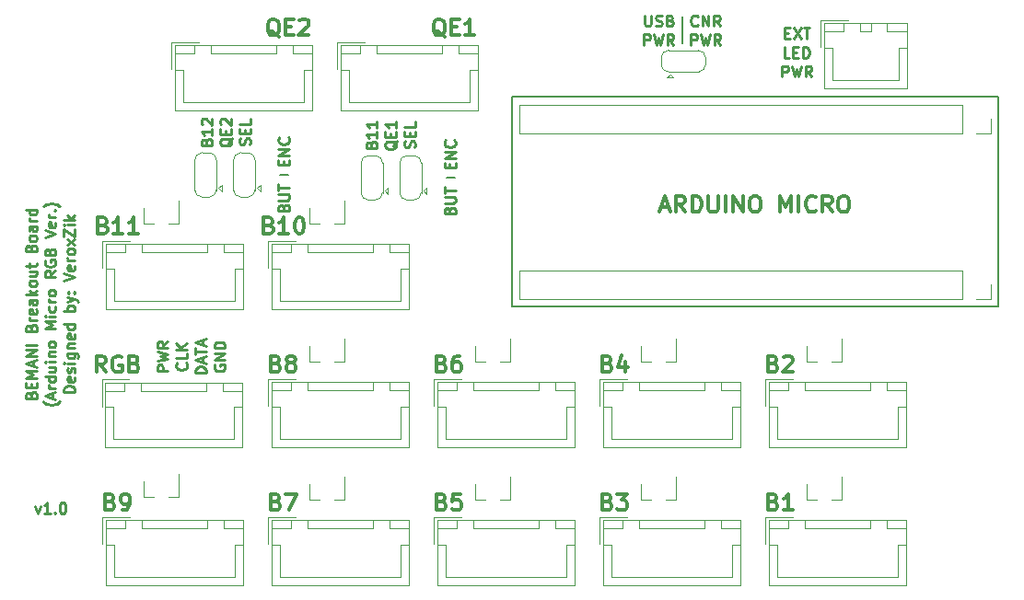
<source format=gbr>
G04 #@! TF.GenerationSoftware,KiCad,Pcbnew,(5.0.0)*
G04 #@! TF.CreationDate,2019-10-27T19:17:23-04:00*
G04 #@! TF.ProjectId,Micro-Breakout+RGB,4D6963726F2D427265616B6F75742B52,rev?*
G04 #@! TF.SameCoordinates,Original*
G04 #@! TF.FileFunction,Legend,Top*
G04 #@! TF.FilePolarity,Positive*
%FSLAX46Y46*%
G04 Gerber Fmt 4.6, Leading zero omitted, Abs format (unit mm)*
G04 Created by KiCad (PCBNEW (5.0.0)) date 10/27/19 19:17:23*
%MOMM*%
%LPD*%
G01*
G04 APERTURE LIST*
%ADD10C,0.250000*%
%ADD11C,0.300000*%
%ADD12C,0.200000*%
%ADD13C,0.120000*%
G04 APERTURE END LIST*
D10*
X117461380Y-120967333D02*
X116461380Y-120967333D01*
X116461380Y-120586380D01*
X116509000Y-120491142D01*
X116556619Y-120443523D01*
X116651857Y-120395904D01*
X116794714Y-120395904D01*
X116889952Y-120443523D01*
X116937571Y-120491142D01*
X116985190Y-120586380D01*
X116985190Y-120967333D01*
X116461380Y-120062571D02*
X117461380Y-119824476D01*
X116747095Y-119634000D01*
X117461380Y-119443523D01*
X116461380Y-119205428D01*
X117461380Y-118253047D02*
X116985190Y-118586380D01*
X117461380Y-118824476D02*
X116461380Y-118824476D01*
X116461380Y-118443523D01*
X116509000Y-118348285D01*
X116556619Y-118300666D01*
X116651857Y-118253047D01*
X116794714Y-118253047D01*
X116889952Y-118300666D01*
X116937571Y-118348285D01*
X116985190Y-118443523D01*
X116985190Y-118824476D01*
X119116142Y-120229238D02*
X119163761Y-120276857D01*
X119211380Y-120419714D01*
X119211380Y-120514952D01*
X119163761Y-120657809D01*
X119068523Y-120753047D01*
X118973285Y-120800666D01*
X118782809Y-120848285D01*
X118639952Y-120848285D01*
X118449476Y-120800666D01*
X118354238Y-120753047D01*
X118259000Y-120657809D01*
X118211380Y-120514952D01*
X118211380Y-120419714D01*
X118259000Y-120276857D01*
X118306619Y-120229238D01*
X119211380Y-119324476D02*
X119211380Y-119800666D01*
X118211380Y-119800666D01*
X119211380Y-118991142D02*
X118211380Y-118991142D01*
X119211380Y-118419714D02*
X118639952Y-118848285D01*
X118211380Y-118419714D02*
X118782809Y-118991142D01*
X120961380Y-121134000D02*
X119961380Y-121134000D01*
X119961380Y-120895904D01*
X120009000Y-120753047D01*
X120104238Y-120657809D01*
X120199476Y-120610190D01*
X120389952Y-120562571D01*
X120532809Y-120562571D01*
X120723285Y-120610190D01*
X120818523Y-120657809D01*
X120913761Y-120753047D01*
X120961380Y-120895904D01*
X120961380Y-121134000D01*
X120675666Y-120181619D02*
X120675666Y-119705428D01*
X120961380Y-120276857D02*
X119961380Y-119943523D01*
X120961380Y-119610190D01*
X119961380Y-119419714D02*
X119961380Y-118848285D01*
X120961380Y-119134000D02*
X119961380Y-119134000D01*
X120675666Y-118562571D02*
X120675666Y-118086380D01*
X120961380Y-118657809D02*
X119961380Y-118324476D01*
X120961380Y-117991142D01*
X121759000Y-120395904D02*
X121711380Y-120491142D01*
X121711380Y-120634000D01*
X121759000Y-120776857D01*
X121854238Y-120872095D01*
X121949476Y-120919714D01*
X122139952Y-120967333D01*
X122282809Y-120967333D01*
X122473285Y-120919714D01*
X122568523Y-120872095D01*
X122663761Y-120776857D01*
X122711380Y-120634000D01*
X122711380Y-120538761D01*
X122663761Y-120395904D01*
X122616142Y-120348285D01*
X122282809Y-120348285D01*
X122282809Y-120538761D01*
X122711380Y-119919714D02*
X121711380Y-119919714D01*
X122711380Y-119348285D01*
X121711380Y-119348285D01*
X122711380Y-118872095D02*
X121711380Y-118872095D01*
X121711380Y-118634000D01*
X121759000Y-118491142D01*
X121854238Y-118395904D01*
X121949476Y-118348285D01*
X122139952Y-118300666D01*
X122282809Y-118300666D01*
X122473285Y-118348285D01*
X122568523Y-118395904D01*
X122663761Y-118491142D01*
X122711380Y-118634000D01*
X122711380Y-118872095D01*
X105251428Y-133389714D02*
X105489523Y-134056380D01*
X105727619Y-133389714D01*
X106632380Y-134056380D02*
X106060952Y-134056380D01*
X106346666Y-134056380D02*
X106346666Y-133056380D01*
X106251428Y-133199238D01*
X106156190Y-133294476D01*
X106060952Y-133342095D01*
X107060952Y-133961142D02*
X107108571Y-134008761D01*
X107060952Y-134056380D01*
X107013333Y-134008761D01*
X107060952Y-133961142D01*
X107060952Y-134056380D01*
X107727619Y-133056380D02*
X107822857Y-133056380D01*
X107918095Y-133104000D01*
X107965714Y-133151619D01*
X108013333Y-133246857D01*
X108060952Y-133437333D01*
X108060952Y-133675428D01*
X108013333Y-133865904D01*
X107965714Y-133961142D01*
X107918095Y-134008761D01*
X107822857Y-134056380D01*
X107727619Y-134056380D01*
X107632380Y-134008761D01*
X107584761Y-133961142D01*
X107537142Y-133865904D01*
X107489523Y-133675428D01*
X107489523Y-133437333D01*
X107537142Y-133246857D01*
X107584761Y-133151619D01*
X107632380Y-133104000D01*
X107727619Y-133056380D01*
D11*
X126767570Y-107565856D02*
X126981856Y-107637284D01*
X127053284Y-107708713D01*
X127124713Y-107851570D01*
X127124713Y-108065856D01*
X127053284Y-108208713D01*
X126981856Y-108280141D01*
X126838999Y-108351570D01*
X126267570Y-108351570D01*
X126267570Y-106851570D01*
X126767570Y-106851570D01*
X126910427Y-106922999D01*
X126981856Y-106994427D01*
X127053284Y-107137284D01*
X127053284Y-107280141D01*
X126981856Y-107422999D01*
X126910427Y-107494427D01*
X126767570Y-107565856D01*
X126267570Y-107565856D01*
X128553284Y-108351570D02*
X127696141Y-108351570D01*
X128124713Y-108351570D02*
X128124713Y-106851570D01*
X127981856Y-107065856D01*
X127838999Y-107208713D01*
X127696141Y-107280141D01*
X129481856Y-106851570D02*
X129624713Y-106851570D01*
X129767570Y-106922999D01*
X129838999Y-106994427D01*
X129910427Y-107137284D01*
X129981856Y-107422999D01*
X129981856Y-107780141D01*
X129910427Y-108065856D01*
X129838999Y-108208713D01*
X129767570Y-108280141D01*
X129624713Y-108351570D01*
X129481856Y-108351570D01*
X129338999Y-108280141D01*
X129267570Y-108208713D01*
X129196141Y-108065856D01*
X129124713Y-107780141D01*
X129124713Y-107422999D01*
X129196141Y-107137284D01*
X129267570Y-106994427D01*
X129338999Y-106922999D01*
X129481856Y-106851570D01*
X111527570Y-107565856D02*
X111741856Y-107637284D01*
X111813284Y-107708713D01*
X111884713Y-107851570D01*
X111884713Y-108065856D01*
X111813284Y-108208713D01*
X111741856Y-108280141D01*
X111598999Y-108351570D01*
X111027570Y-108351570D01*
X111027570Y-106851570D01*
X111527570Y-106851570D01*
X111670427Y-106922999D01*
X111741856Y-106994427D01*
X111813284Y-107137284D01*
X111813284Y-107280141D01*
X111741856Y-107422999D01*
X111670427Y-107494427D01*
X111527570Y-107565856D01*
X111027570Y-107565856D01*
X113313284Y-108351570D02*
X112456141Y-108351570D01*
X112884713Y-108351570D02*
X112884713Y-106851570D01*
X112741856Y-107065856D01*
X112598999Y-107208713D01*
X112456141Y-107280141D01*
X114741856Y-108351570D02*
X113884713Y-108351570D01*
X114313284Y-108351570D02*
X114313284Y-106851570D01*
X114170427Y-107065856D01*
X114027570Y-107208713D01*
X113884713Y-107280141D01*
X111740285Y-121074571D02*
X111240285Y-120360285D01*
X110883142Y-121074571D02*
X110883142Y-119574571D01*
X111454571Y-119574571D01*
X111597428Y-119646000D01*
X111668857Y-119717428D01*
X111740285Y-119860285D01*
X111740285Y-120074571D01*
X111668857Y-120217428D01*
X111597428Y-120288857D01*
X111454571Y-120360285D01*
X110883142Y-120360285D01*
X113168857Y-119646000D02*
X113026000Y-119574571D01*
X112811714Y-119574571D01*
X112597428Y-119646000D01*
X112454571Y-119788857D01*
X112383142Y-119931714D01*
X112311714Y-120217428D01*
X112311714Y-120431714D01*
X112383142Y-120717428D01*
X112454571Y-120860285D01*
X112597428Y-121003142D01*
X112811714Y-121074571D01*
X112954571Y-121074571D01*
X113168857Y-121003142D01*
X113240285Y-120931714D01*
X113240285Y-120431714D01*
X112954571Y-120431714D01*
X114383142Y-120288857D02*
X114597428Y-120360285D01*
X114668857Y-120431714D01*
X114740285Y-120574571D01*
X114740285Y-120788857D01*
X114668857Y-120931714D01*
X114597428Y-121003142D01*
X114454571Y-121074571D01*
X113883142Y-121074571D01*
X113883142Y-119574571D01*
X114383142Y-119574571D01*
X114526000Y-119646000D01*
X114597428Y-119717428D01*
X114668857Y-119860285D01*
X114668857Y-120003142D01*
X114597428Y-120146000D01*
X114526000Y-120217428D01*
X114383142Y-120288857D01*
X113883142Y-120288857D01*
D12*
X127779356Y-102927742D02*
X128541356Y-102927742D01*
D10*
X128088927Y-105920075D02*
X128136546Y-105777218D01*
X128184165Y-105729599D01*
X128279403Y-105681980D01*
X128422260Y-105681980D01*
X128517498Y-105729599D01*
X128565117Y-105777218D01*
X128612736Y-105872456D01*
X128612736Y-106253408D01*
X127612736Y-106253408D01*
X127612736Y-105920075D01*
X127660356Y-105824837D01*
X127707975Y-105777218D01*
X127803213Y-105729599D01*
X127898451Y-105729599D01*
X127993689Y-105777218D01*
X128041308Y-105824837D01*
X128088927Y-105920075D01*
X128088927Y-106253408D01*
X127612736Y-105253408D02*
X128422260Y-105253408D01*
X128517498Y-105205789D01*
X128565117Y-105158170D01*
X128612736Y-105062932D01*
X128612736Y-104872456D01*
X128565117Y-104777218D01*
X128517498Y-104729599D01*
X128422260Y-104681980D01*
X127612736Y-104681980D01*
X127612736Y-104348646D02*
X127612736Y-103777218D01*
X128612736Y-104062932D02*
X127612736Y-104062932D01*
X128088927Y-102006837D02*
X128088927Y-101673503D01*
X128612736Y-101530646D02*
X128612736Y-102006837D01*
X127612736Y-102006837D01*
X127612736Y-101530646D01*
X128612736Y-101102075D02*
X127612736Y-101102075D01*
X128612736Y-100530646D01*
X127612736Y-100530646D01*
X128517498Y-99483027D02*
X128565117Y-99530646D01*
X128612736Y-99673503D01*
X128612736Y-99768742D01*
X128565117Y-99911599D01*
X128469879Y-100006837D01*
X128374641Y-100054456D01*
X128184165Y-100102075D01*
X128041308Y-100102075D01*
X127850832Y-100054456D01*
X127755594Y-100006837D01*
X127660356Y-99911599D01*
X127612736Y-99768742D01*
X127612736Y-99673503D01*
X127660356Y-99530646D01*
X127707975Y-99483027D01*
X174188571Y-89872571D02*
X174521904Y-89872571D01*
X174664761Y-90396380D02*
X174188571Y-90396380D01*
X174188571Y-89396380D01*
X174664761Y-89396380D01*
X174998095Y-89396380D02*
X175664761Y-90396380D01*
X175664761Y-89396380D02*
X174998095Y-90396380D01*
X175902857Y-89396380D02*
X176474285Y-89396380D01*
X176188571Y-90396380D02*
X176188571Y-89396380D01*
X174617142Y-92146380D02*
X174140952Y-92146380D01*
X174140952Y-91146380D01*
X174950476Y-91622571D02*
X175283809Y-91622571D01*
X175426666Y-92146380D02*
X174950476Y-92146380D01*
X174950476Y-91146380D01*
X175426666Y-91146380D01*
X175855238Y-92146380D02*
X175855238Y-91146380D01*
X176093333Y-91146380D01*
X176236190Y-91194000D01*
X176331428Y-91289238D01*
X176379047Y-91384476D01*
X176426666Y-91574952D01*
X176426666Y-91717809D01*
X176379047Y-91908285D01*
X176331428Y-92003523D01*
X176236190Y-92098761D01*
X176093333Y-92146380D01*
X175855238Y-92146380D01*
X173926666Y-93896380D02*
X173926666Y-92896380D01*
X174307619Y-92896380D01*
X174402857Y-92944000D01*
X174450476Y-92991619D01*
X174498095Y-93086857D01*
X174498095Y-93229714D01*
X174450476Y-93324952D01*
X174402857Y-93372571D01*
X174307619Y-93420190D01*
X173926666Y-93420190D01*
X174831428Y-92896380D02*
X175069523Y-93896380D01*
X175260000Y-93182095D01*
X175450476Y-93896380D01*
X175688571Y-92896380D01*
X176640952Y-93896380D02*
X176307619Y-93420190D01*
X176069523Y-93896380D02*
X176069523Y-92896380D01*
X176450476Y-92896380D01*
X176545714Y-92944000D01*
X176593333Y-92991619D01*
X176640952Y-93086857D01*
X176640952Y-93229714D01*
X176593333Y-93324952D01*
X176545714Y-93372571D01*
X176450476Y-93420190D01*
X176069523Y-93420190D01*
X121004927Y-99871694D02*
X121052546Y-99728837D01*
X121100165Y-99681218D01*
X121195403Y-99633599D01*
X121338260Y-99633599D01*
X121433498Y-99681218D01*
X121481117Y-99728837D01*
X121528736Y-99824075D01*
X121528736Y-100205027D01*
X120528736Y-100205027D01*
X120528736Y-99871694D01*
X120576356Y-99776456D01*
X120623975Y-99728837D01*
X120719213Y-99681218D01*
X120814451Y-99681218D01*
X120909689Y-99728837D01*
X120957308Y-99776456D01*
X121004927Y-99871694D01*
X121004927Y-100205027D01*
X121528736Y-98681218D02*
X121528736Y-99252646D01*
X121528736Y-98966932D02*
X120528736Y-98966932D01*
X120671594Y-99062170D01*
X120766832Y-99157408D01*
X120814451Y-99252646D01*
X120623975Y-98300265D02*
X120576356Y-98252646D01*
X120528736Y-98157408D01*
X120528736Y-97919313D01*
X120576356Y-97824075D01*
X120623975Y-97776456D01*
X120719213Y-97728837D01*
X120814451Y-97728837D01*
X120957308Y-97776456D01*
X121528736Y-98347884D01*
X121528736Y-97728837D01*
X123373975Y-99538361D02*
X123326356Y-99633599D01*
X123231117Y-99728837D01*
X123088260Y-99871694D01*
X123040641Y-99966932D01*
X123040641Y-100062170D01*
X123278736Y-100014551D02*
X123231117Y-100109789D01*
X123135879Y-100205027D01*
X122945403Y-100252646D01*
X122612070Y-100252646D01*
X122421594Y-100205027D01*
X122326356Y-100109789D01*
X122278736Y-100014551D01*
X122278736Y-99824075D01*
X122326356Y-99728837D01*
X122421594Y-99633599D01*
X122612070Y-99585980D01*
X122945403Y-99585980D01*
X123135879Y-99633599D01*
X123231117Y-99728837D01*
X123278736Y-99824075D01*
X123278736Y-100014551D01*
X122754927Y-99157408D02*
X122754927Y-98824075D01*
X123278736Y-98681218D02*
X123278736Y-99157408D01*
X122278736Y-99157408D01*
X122278736Y-98681218D01*
X122373975Y-98300265D02*
X122326356Y-98252646D01*
X122278736Y-98157408D01*
X122278736Y-97919313D01*
X122326356Y-97824075D01*
X122373975Y-97776456D01*
X122469213Y-97728837D01*
X122564451Y-97728837D01*
X122707308Y-97776456D01*
X123278736Y-98347884D01*
X123278736Y-97728837D01*
X124981117Y-100133599D02*
X125028736Y-99990742D01*
X125028736Y-99752646D01*
X124981117Y-99657408D01*
X124933498Y-99609789D01*
X124838260Y-99562170D01*
X124743022Y-99562170D01*
X124647784Y-99609789D01*
X124600165Y-99657408D01*
X124552546Y-99752646D01*
X124504927Y-99943122D01*
X124457308Y-100038361D01*
X124409689Y-100085980D01*
X124314451Y-100133599D01*
X124219213Y-100133599D01*
X124123975Y-100085980D01*
X124076356Y-100038361D01*
X124028736Y-99943122D01*
X124028736Y-99705027D01*
X124076356Y-99562170D01*
X124504927Y-99133599D02*
X124504927Y-98800265D01*
X125028736Y-98657408D02*
X125028736Y-99133599D01*
X124028736Y-99133599D01*
X124028736Y-98657408D01*
X125028736Y-97752646D02*
X125028736Y-98228837D01*
X124028736Y-98228837D01*
X136157237Y-100131725D02*
X136204856Y-99988868D01*
X136252475Y-99941249D01*
X136347713Y-99893630D01*
X136490570Y-99893630D01*
X136585808Y-99941249D01*
X136633427Y-99988868D01*
X136681046Y-100084106D01*
X136681046Y-100465058D01*
X135681046Y-100465058D01*
X135681046Y-100131725D01*
X135728666Y-100036487D01*
X135776285Y-99988868D01*
X135871523Y-99941249D01*
X135966761Y-99941249D01*
X136061999Y-99988868D01*
X136109618Y-100036487D01*
X136157237Y-100131725D01*
X136157237Y-100465058D01*
X136681046Y-98941249D02*
X136681046Y-99512677D01*
X136681046Y-99226963D02*
X135681046Y-99226963D01*
X135823904Y-99322201D01*
X135919142Y-99417439D01*
X135966761Y-99512677D01*
X136681046Y-97988868D02*
X136681046Y-98560296D01*
X136681046Y-98274582D02*
X135681046Y-98274582D01*
X135823904Y-98369820D01*
X135919142Y-98465058D01*
X135966761Y-98560296D01*
X138526285Y-99798392D02*
X138478666Y-99893630D01*
X138383427Y-99988868D01*
X138240570Y-100131725D01*
X138192951Y-100226963D01*
X138192951Y-100322201D01*
X138431046Y-100274582D02*
X138383427Y-100369820D01*
X138288189Y-100465058D01*
X138097713Y-100512677D01*
X137764380Y-100512677D01*
X137573904Y-100465058D01*
X137478666Y-100369820D01*
X137431046Y-100274582D01*
X137431046Y-100084106D01*
X137478666Y-99988868D01*
X137573904Y-99893630D01*
X137764380Y-99846011D01*
X138097713Y-99846011D01*
X138288189Y-99893630D01*
X138383427Y-99988868D01*
X138431046Y-100084106D01*
X138431046Y-100274582D01*
X137907237Y-99417439D02*
X137907237Y-99084106D01*
X138431046Y-98941249D02*
X138431046Y-99417439D01*
X137431046Y-99417439D01*
X137431046Y-98941249D01*
X138431046Y-97988868D02*
X138431046Y-98560296D01*
X138431046Y-98274582D02*
X137431046Y-98274582D01*
X137573904Y-98369820D01*
X137669142Y-98465058D01*
X137716761Y-98560296D01*
X140133427Y-100393630D02*
X140181046Y-100250773D01*
X140181046Y-100012677D01*
X140133427Y-99917439D01*
X140085808Y-99869820D01*
X139990570Y-99822201D01*
X139895332Y-99822201D01*
X139800094Y-99869820D01*
X139752475Y-99917439D01*
X139704856Y-100012677D01*
X139657237Y-100203153D01*
X139609618Y-100298392D01*
X139561999Y-100346011D01*
X139466761Y-100393630D01*
X139371523Y-100393630D01*
X139276285Y-100346011D01*
X139228666Y-100298392D01*
X139181046Y-100203153D01*
X139181046Y-99965058D01*
X139228666Y-99822201D01*
X139657237Y-99393630D02*
X139657237Y-99060296D01*
X140181046Y-98917439D02*
X140181046Y-99393630D01*
X139181046Y-99393630D01*
X139181046Y-98917439D01*
X140181046Y-98012677D02*
X140181046Y-98488868D01*
X139181046Y-98488868D01*
X143368237Y-106180106D02*
X143415856Y-106037249D01*
X143463475Y-105989630D01*
X143558713Y-105942011D01*
X143701570Y-105942011D01*
X143796808Y-105989630D01*
X143844427Y-106037249D01*
X143892046Y-106132487D01*
X143892046Y-106513439D01*
X142892046Y-106513439D01*
X142892046Y-106180106D01*
X142939666Y-106084868D01*
X142987285Y-106037249D01*
X143082523Y-105989630D01*
X143177761Y-105989630D01*
X143272999Y-106037249D01*
X143320618Y-106084868D01*
X143368237Y-106180106D01*
X143368237Y-106513439D01*
X142892046Y-105513439D02*
X143701570Y-105513439D01*
X143796808Y-105465820D01*
X143844427Y-105418201D01*
X143892046Y-105322963D01*
X143892046Y-105132487D01*
X143844427Y-105037249D01*
X143796808Y-104989630D01*
X143701570Y-104942011D01*
X142892046Y-104942011D01*
X142892046Y-104608677D02*
X142892046Y-104037249D01*
X143892046Y-104322963D02*
X142892046Y-104322963D01*
X143368237Y-102266868D02*
X143368237Y-101933534D01*
X143892046Y-101790677D02*
X143892046Y-102266868D01*
X142892046Y-102266868D01*
X142892046Y-101790677D01*
X143892046Y-101362106D02*
X142892046Y-101362106D01*
X143892046Y-100790677D01*
X142892046Y-100790677D01*
X143796808Y-99743058D02*
X143844427Y-99790677D01*
X143892046Y-99933534D01*
X143892046Y-100028773D01*
X143844427Y-100171630D01*
X143749189Y-100266868D01*
X143653951Y-100314487D01*
X143463475Y-100362106D01*
X143320618Y-100362106D01*
X143130142Y-100314487D01*
X143034904Y-100266868D01*
X142939666Y-100171630D01*
X142892046Y-100028773D01*
X142892046Y-99933534D01*
X142939666Y-99790677D01*
X142987285Y-99743058D01*
D12*
X143058666Y-103187773D02*
X143820666Y-103187773D01*
X164719000Y-88392000D02*
X164719000Y-90805000D01*
D10*
X166163714Y-89144142D02*
X166116095Y-89191761D01*
X165973238Y-89239380D01*
X165878000Y-89239380D01*
X165735142Y-89191761D01*
X165639904Y-89096523D01*
X165592285Y-89001285D01*
X165544666Y-88810809D01*
X165544666Y-88667952D01*
X165592285Y-88477476D01*
X165639904Y-88382238D01*
X165735142Y-88287000D01*
X165878000Y-88239380D01*
X165973238Y-88239380D01*
X166116095Y-88287000D01*
X166163714Y-88334619D01*
X166592285Y-89239380D02*
X166592285Y-88239380D01*
X167163714Y-89239380D01*
X167163714Y-88239380D01*
X168211333Y-89239380D02*
X167878000Y-88763190D01*
X167639904Y-89239380D02*
X167639904Y-88239380D01*
X168020857Y-88239380D01*
X168116095Y-88287000D01*
X168163714Y-88334619D01*
X168211333Y-88429857D01*
X168211333Y-88572714D01*
X168163714Y-88667952D01*
X168116095Y-88715571D01*
X168020857Y-88763190D01*
X167639904Y-88763190D01*
X165544666Y-90989380D02*
X165544666Y-89989380D01*
X165925619Y-89989380D01*
X166020857Y-90037000D01*
X166068476Y-90084619D01*
X166116095Y-90179857D01*
X166116095Y-90322714D01*
X166068476Y-90417952D01*
X166020857Y-90465571D01*
X165925619Y-90513190D01*
X165544666Y-90513190D01*
X166449428Y-89989380D02*
X166687523Y-90989380D01*
X166878000Y-90275095D01*
X167068476Y-90989380D01*
X167306571Y-89989380D01*
X168258952Y-90989380D02*
X167925619Y-90513190D01*
X167687523Y-90989380D02*
X167687523Y-89989380D01*
X168068476Y-89989380D01*
X168163714Y-90037000D01*
X168211333Y-90084619D01*
X168258952Y-90179857D01*
X168258952Y-90322714D01*
X168211333Y-90417952D01*
X168163714Y-90465571D01*
X168068476Y-90513190D01*
X167687523Y-90513190D01*
X161298095Y-88239380D02*
X161298095Y-89048904D01*
X161345714Y-89144142D01*
X161393333Y-89191761D01*
X161488571Y-89239380D01*
X161679047Y-89239380D01*
X161774285Y-89191761D01*
X161821904Y-89144142D01*
X161869523Y-89048904D01*
X161869523Y-88239380D01*
X162298095Y-89191761D02*
X162440952Y-89239380D01*
X162679047Y-89239380D01*
X162774285Y-89191761D01*
X162821904Y-89144142D01*
X162869523Y-89048904D01*
X162869523Y-88953666D01*
X162821904Y-88858428D01*
X162774285Y-88810809D01*
X162679047Y-88763190D01*
X162488571Y-88715571D01*
X162393333Y-88667952D01*
X162345714Y-88620333D01*
X162298095Y-88525095D01*
X162298095Y-88429857D01*
X162345714Y-88334619D01*
X162393333Y-88287000D01*
X162488571Y-88239380D01*
X162726666Y-88239380D01*
X162869523Y-88287000D01*
X163631428Y-88715571D02*
X163774285Y-88763190D01*
X163821904Y-88810809D01*
X163869523Y-88906047D01*
X163869523Y-89048904D01*
X163821904Y-89144142D01*
X163774285Y-89191761D01*
X163679047Y-89239380D01*
X163298095Y-89239380D01*
X163298095Y-88239380D01*
X163631428Y-88239380D01*
X163726666Y-88287000D01*
X163774285Y-88334619D01*
X163821904Y-88429857D01*
X163821904Y-88525095D01*
X163774285Y-88620333D01*
X163726666Y-88667952D01*
X163631428Y-88715571D01*
X163298095Y-88715571D01*
X161226666Y-90989380D02*
X161226666Y-89989380D01*
X161607619Y-89989380D01*
X161702857Y-90037000D01*
X161750476Y-90084619D01*
X161798095Y-90179857D01*
X161798095Y-90322714D01*
X161750476Y-90417952D01*
X161702857Y-90465571D01*
X161607619Y-90513190D01*
X161226666Y-90513190D01*
X162131428Y-89989380D02*
X162369523Y-90989380D01*
X162560000Y-90275095D01*
X162750476Y-90989380D01*
X162988571Y-89989380D01*
X163940952Y-90989380D02*
X163607619Y-90513190D01*
X163369523Y-90989380D02*
X163369523Y-89989380D01*
X163750476Y-89989380D01*
X163845714Y-90037000D01*
X163893333Y-90084619D01*
X163940952Y-90179857D01*
X163940952Y-90322714D01*
X163893333Y-90417952D01*
X163845714Y-90465571D01*
X163750476Y-90513190D01*
X163369523Y-90513190D01*
X104858571Y-123165142D02*
X104906190Y-123022285D01*
X104953809Y-122974666D01*
X105049047Y-122927047D01*
X105191904Y-122927047D01*
X105287142Y-122974666D01*
X105334761Y-123022285D01*
X105382380Y-123117523D01*
X105382380Y-123498476D01*
X104382380Y-123498476D01*
X104382380Y-123165142D01*
X104430000Y-123069904D01*
X104477619Y-123022285D01*
X104572857Y-122974666D01*
X104668095Y-122974666D01*
X104763333Y-123022285D01*
X104810952Y-123069904D01*
X104858571Y-123165142D01*
X104858571Y-123498476D01*
X104858571Y-122498476D02*
X104858571Y-122165142D01*
X105382380Y-122022285D02*
X105382380Y-122498476D01*
X104382380Y-122498476D01*
X104382380Y-122022285D01*
X105382380Y-121593714D02*
X104382380Y-121593714D01*
X105096666Y-121260380D01*
X104382380Y-120927047D01*
X105382380Y-120927047D01*
X105096666Y-120498476D02*
X105096666Y-120022285D01*
X105382380Y-120593714D02*
X104382380Y-120260380D01*
X105382380Y-119927047D01*
X105382380Y-119593714D02*
X104382380Y-119593714D01*
X105382380Y-119022285D01*
X104382380Y-119022285D01*
X105382380Y-118546095D02*
X104382380Y-118546095D01*
X104858571Y-116974666D02*
X104906190Y-116831809D01*
X104953809Y-116784190D01*
X105049047Y-116736571D01*
X105191904Y-116736571D01*
X105287142Y-116784190D01*
X105334761Y-116831809D01*
X105382380Y-116927047D01*
X105382380Y-117308000D01*
X104382380Y-117308000D01*
X104382380Y-116974666D01*
X104430000Y-116879428D01*
X104477619Y-116831809D01*
X104572857Y-116784190D01*
X104668095Y-116784190D01*
X104763333Y-116831809D01*
X104810952Y-116879428D01*
X104858571Y-116974666D01*
X104858571Y-117308000D01*
X105382380Y-116308000D02*
X104715714Y-116308000D01*
X104906190Y-116308000D02*
X104810952Y-116260380D01*
X104763333Y-116212761D01*
X104715714Y-116117523D01*
X104715714Y-116022285D01*
X105334761Y-115308000D02*
X105382380Y-115403238D01*
X105382380Y-115593714D01*
X105334761Y-115688952D01*
X105239523Y-115736571D01*
X104858571Y-115736571D01*
X104763333Y-115688952D01*
X104715714Y-115593714D01*
X104715714Y-115403238D01*
X104763333Y-115308000D01*
X104858571Y-115260380D01*
X104953809Y-115260380D01*
X105049047Y-115736571D01*
X105382380Y-114403238D02*
X104858571Y-114403238D01*
X104763333Y-114450857D01*
X104715714Y-114546095D01*
X104715714Y-114736571D01*
X104763333Y-114831809D01*
X105334761Y-114403238D02*
X105382380Y-114498476D01*
X105382380Y-114736571D01*
X105334761Y-114831809D01*
X105239523Y-114879428D01*
X105144285Y-114879428D01*
X105049047Y-114831809D01*
X105001428Y-114736571D01*
X105001428Y-114498476D01*
X104953809Y-114403238D01*
X105382380Y-113927047D02*
X104382380Y-113927047D01*
X105001428Y-113831809D02*
X105382380Y-113546095D01*
X104715714Y-113546095D02*
X105096666Y-113927047D01*
X105382380Y-112974666D02*
X105334761Y-113069904D01*
X105287142Y-113117523D01*
X105191904Y-113165142D01*
X104906190Y-113165142D01*
X104810952Y-113117523D01*
X104763333Y-113069904D01*
X104715714Y-112974666D01*
X104715714Y-112831809D01*
X104763333Y-112736571D01*
X104810952Y-112688952D01*
X104906190Y-112641333D01*
X105191904Y-112641333D01*
X105287142Y-112688952D01*
X105334761Y-112736571D01*
X105382380Y-112831809D01*
X105382380Y-112974666D01*
X104715714Y-111784190D02*
X105382380Y-111784190D01*
X104715714Y-112212761D02*
X105239523Y-112212761D01*
X105334761Y-112165142D01*
X105382380Y-112069904D01*
X105382380Y-111927047D01*
X105334761Y-111831809D01*
X105287142Y-111784190D01*
X104715714Y-111450857D02*
X104715714Y-111069904D01*
X104382380Y-111308000D02*
X105239523Y-111308000D01*
X105334761Y-111260380D01*
X105382380Y-111165142D01*
X105382380Y-111069904D01*
X104858571Y-109641333D02*
X104906190Y-109498476D01*
X104953809Y-109450857D01*
X105049047Y-109403238D01*
X105191904Y-109403238D01*
X105287142Y-109450857D01*
X105334761Y-109498476D01*
X105382380Y-109593714D01*
X105382380Y-109974666D01*
X104382380Y-109974666D01*
X104382380Y-109641333D01*
X104430000Y-109546095D01*
X104477619Y-109498476D01*
X104572857Y-109450857D01*
X104668095Y-109450857D01*
X104763333Y-109498476D01*
X104810952Y-109546095D01*
X104858571Y-109641333D01*
X104858571Y-109974666D01*
X105382380Y-108831809D02*
X105334761Y-108927047D01*
X105287142Y-108974666D01*
X105191904Y-109022285D01*
X104906190Y-109022285D01*
X104810952Y-108974666D01*
X104763333Y-108927047D01*
X104715714Y-108831809D01*
X104715714Y-108688952D01*
X104763333Y-108593714D01*
X104810952Y-108546095D01*
X104906190Y-108498476D01*
X105191904Y-108498476D01*
X105287142Y-108546095D01*
X105334761Y-108593714D01*
X105382380Y-108688952D01*
X105382380Y-108831809D01*
X105382380Y-107641333D02*
X104858571Y-107641333D01*
X104763333Y-107688952D01*
X104715714Y-107784190D01*
X104715714Y-107974666D01*
X104763333Y-108069904D01*
X105334761Y-107641333D02*
X105382380Y-107736571D01*
X105382380Y-107974666D01*
X105334761Y-108069904D01*
X105239523Y-108117523D01*
X105144285Y-108117523D01*
X105049047Y-108069904D01*
X105001428Y-107974666D01*
X105001428Y-107736571D01*
X104953809Y-107641333D01*
X105382380Y-107165142D02*
X104715714Y-107165142D01*
X104906190Y-107165142D02*
X104810952Y-107117523D01*
X104763333Y-107069904D01*
X104715714Y-106974666D01*
X104715714Y-106879428D01*
X105382380Y-106117523D02*
X104382380Y-106117523D01*
X105334761Y-106117523D02*
X105382380Y-106212761D01*
X105382380Y-106403238D01*
X105334761Y-106498476D01*
X105287142Y-106546095D01*
X105191904Y-106593714D01*
X104906190Y-106593714D01*
X104810952Y-106546095D01*
X104763333Y-106498476D01*
X104715714Y-106403238D01*
X104715714Y-106212761D01*
X104763333Y-106117523D01*
X107513333Y-123784190D02*
X107465714Y-123831809D01*
X107322857Y-123927047D01*
X107227619Y-123974666D01*
X107084761Y-124022285D01*
X106846666Y-124069904D01*
X106656190Y-124069904D01*
X106418095Y-124022285D01*
X106275238Y-123974666D01*
X106180000Y-123927047D01*
X106037142Y-123831809D01*
X105989523Y-123784190D01*
X106846666Y-123450857D02*
X106846666Y-122974666D01*
X107132380Y-123546095D02*
X106132380Y-123212761D01*
X107132380Y-122879428D01*
X107132380Y-122546095D02*
X106465714Y-122546095D01*
X106656190Y-122546095D02*
X106560952Y-122498476D01*
X106513333Y-122450857D01*
X106465714Y-122355619D01*
X106465714Y-122260380D01*
X107132380Y-121498476D02*
X106132380Y-121498476D01*
X107084761Y-121498476D02*
X107132380Y-121593714D01*
X107132380Y-121784190D01*
X107084761Y-121879428D01*
X107037142Y-121927047D01*
X106941904Y-121974666D01*
X106656190Y-121974666D01*
X106560952Y-121927047D01*
X106513333Y-121879428D01*
X106465714Y-121784190D01*
X106465714Y-121593714D01*
X106513333Y-121498476D01*
X106465714Y-120593714D02*
X107132380Y-120593714D01*
X106465714Y-121022285D02*
X106989523Y-121022285D01*
X107084761Y-120974666D01*
X107132380Y-120879428D01*
X107132380Y-120736571D01*
X107084761Y-120641333D01*
X107037142Y-120593714D01*
X107132380Y-120117523D02*
X106465714Y-120117523D01*
X106132380Y-120117523D02*
X106180000Y-120165142D01*
X106227619Y-120117523D01*
X106180000Y-120069904D01*
X106132380Y-120117523D01*
X106227619Y-120117523D01*
X106465714Y-119641333D02*
X107132380Y-119641333D01*
X106560952Y-119641333D02*
X106513333Y-119593714D01*
X106465714Y-119498476D01*
X106465714Y-119355619D01*
X106513333Y-119260380D01*
X106608571Y-119212761D01*
X107132380Y-119212761D01*
X107132380Y-118593714D02*
X107084761Y-118688952D01*
X107037142Y-118736571D01*
X106941904Y-118784190D01*
X106656190Y-118784190D01*
X106560952Y-118736571D01*
X106513333Y-118688952D01*
X106465714Y-118593714D01*
X106465714Y-118450857D01*
X106513333Y-118355619D01*
X106560952Y-118308000D01*
X106656190Y-118260380D01*
X106941904Y-118260380D01*
X107037142Y-118308000D01*
X107084761Y-118355619D01*
X107132380Y-118450857D01*
X107132380Y-118593714D01*
X107132380Y-117069904D02*
X106132380Y-117069904D01*
X106846666Y-116736571D01*
X106132380Y-116403238D01*
X107132380Y-116403238D01*
X107132380Y-115927047D02*
X106465714Y-115927047D01*
X106132380Y-115927047D02*
X106180000Y-115974666D01*
X106227619Y-115927047D01*
X106180000Y-115879428D01*
X106132380Y-115927047D01*
X106227619Y-115927047D01*
X107084761Y-115022285D02*
X107132380Y-115117523D01*
X107132380Y-115308000D01*
X107084761Y-115403238D01*
X107037142Y-115450857D01*
X106941904Y-115498476D01*
X106656190Y-115498476D01*
X106560952Y-115450857D01*
X106513333Y-115403238D01*
X106465714Y-115308000D01*
X106465714Y-115117523D01*
X106513333Y-115022285D01*
X107132380Y-114593714D02*
X106465714Y-114593714D01*
X106656190Y-114593714D02*
X106560952Y-114546095D01*
X106513333Y-114498476D01*
X106465714Y-114403238D01*
X106465714Y-114308000D01*
X107132380Y-113831809D02*
X107084761Y-113927047D01*
X107037142Y-113974666D01*
X106941904Y-114022285D01*
X106656190Y-114022285D01*
X106560952Y-113974666D01*
X106513333Y-113927047D01*
X106465714Y-113831809D01*
X106465714Y-113688952D01*
X106513333Y-113593714D01*
X106560952Y-113546095D01*
X106656190Y-113498476D01*
X106941904Y-113498476D01*
X107037142Y-113546095D01*
X107084761Y-113593714D01*
X107132380Y-113688952D01*
X107132380Y-113831809D01*
X107132380Y-111736571D02*
X106656190Y-112069904D01*
X107132380Y-112308000D02*
X106132380Y-112308000D01*
X106132380Y-111927047D01*
X106180000Y-111831809D01*
X106227619Y-111784190D01*
X106322857Y-111736571D01*
X106465714Y-111736571D01*
X106560952Y-111784190D01*
X106608571Y-111831809D01*
X106656190Y-111927047D01*
X106656190Y-112308000D01*
X106180000Y-110784190D02*
X106132380Y-110879428D01*
X106132380Y-111022285D01*
X106180000Y-111165142D01*
X106275238Y-111260380D01*
X106370476Y-111308000D01*
X106560952Y-111355619D01*
X106703809Y-111355619D01*
X106894285Y-111308000D01*
X106989523Y-111260380D01*
X107084761Y-111165142D01*
X107132380Y-111022285D01*
X107132380Y-110927047D01*
X107084761Y-110784190D01*
X107037142Y-110736571D01*
X106703809Y-110736571D01*
X106703809Y-110927047D01*
X106608571Y-109974666D02*
X106656190Y-109831809D01*
X106703809Y-109784190D01*
X106799047Y-109736571D01*
X106941904Y-109736571D01*
X107037142Y-109784190D01*
X107084761Y-109831809D01*
X107132380Y-109927047D01*
X107132380Y-110308000D01*
X106132380Y-110308000D01*
X106132380Y-109974666D01*
X106180000Y-109879428D01*
X106227619Y-109831809D01*
X106322857Y-109784190D01*
X106418095Y-109784190D01*
X106513333Y-109831809D01*
X106560952Y-109879428D01*
X106608571Y-109974666D01*
X106608571Y-110308000D01*
X106132380Y-108688952D02*
X107132380Y-108355619D01*
X106132380Y-108022285D01*
X107084761Y-107308000D02*
X107132380Y-107403238D01*
X107132380Y-107593714D01*
X107084761Y-107688952D01*
X106989523Y-107736571D01*
X106608571Y-107736571D01*
X106513333Y-107688952D01*
X106465714Y-107593714D01*
X106465714Y-107403238D01*
X106513333Y-107308000D01*
X106608571Y-107260380D01*
X106703809Y-107260380D01*
X106799047Y-107736571D01*
X107132380Y-106831809D02*
X106465714Y-106831809D01*
X106656190Y-106831809D02*
X106560952Y-106784190D01*
X106513333Y-106736571D01*
X106465714Y-106641333D01*
X106465714Y-106546095D01*
X107037142Y-106212761D02*
X107084761Y-106165142D01*
X107132380Y-106212761D01*
X107084761Y-106260380D01*
X107037142Y-106212761D01*
X107132380Y-106212761D01*
X107513333Y-105831809D02*
X107465714Y-105784190D01*
X107322857Y-105688952D01*
X107227619Y-105641333D01*
X107084761Y-105593714D01*
X106846666Y-105546095D01*
X106656190Y-105546095D01*
X106418095Y-105593714D01*
X106275238Y-105641333D01*
X106180000Y-105688952D01*
X106037142Y-105784190D01*
X105989523Y-105831809D01*
X108882380Y-122903238D02*
X107882380Y-122903238D01*
X107882380Y-122665142D01*
X107930000Y-122522285D01*
X108025238Y-122427047D01*
X108120476Y-122379428D01*
X108310952Y-122331809D01*
X108453809Y-122331809D01*
X108644285Y-122379428D01*
X108739523Y-122427047D01*
X108834761Y-122522285D01*
X108882380Y-122665142D01*
X108882380Y-122903238D01*
X108834761Y-121522285D02*
X108882380Y-121617523D01*
X108882380Y-121808000D01*
X108834761Y-121903238D01*
X108739523Y-121950857D01*
X108358571Y-121950857D01*
X108263333Y-121903238D01*
X108215714Y-121808000D01*
X108215714Y-121617523D01*
X108263333Y-121522285D01*
X108358571Y-121474666D01*
X108453809Y-121474666D01*
X108549047Y-121950857D01*
X108834761Y-121093714D02*
X108882380Y-120998476D01*
X108882380Y-120808000D01*
X108834761Y-120712761D01*
X108739523Y-120665142D01*
X108691904Y-120665142D01*
X108596666Y-120712761D01*
X108549047Y-120808000D01*
X108549047Y-120950857D01*
X108501428Y-121046095D01*
X108406190Y-121093714D01*
X108358571Y-121093714D01*
X108263333Y-121046095D01*
X108215714Y-120950857D01*
X108215714Y-120808000D01*
X108263333Y-120712761D01*
X108882380Y-120236571D02*
X108215714Y-120236571D01*
X107882380Y-120236571D02*
X107930000Y-120284190D01*
X107977619Y-120236571D01*
X107930000Y-120188952D01*
X107882380Y-120236571D01*
X107977619Y-120236571D01*
X108215714Y-119331809D02*
X109025238Y-119331809D01*
X109120476Y-119379428D01*
X109168095Y-119427047D01*
X109215714Y-119522285D01*
X109215714Y-119665142D01*
X109168095Y-119760380D01*
X108834761Y-119331809D02*
X108882380Y-119427047D01*
X108882380Y-119617523D01*
X108834761Y-119712761D01*
X108787142Y-119760380D01*
X108691904Y-119808000D01*
X108406190Y-119808000D01*
X108310952Y-119760380D01*
X108263333Y-119712761D01*
X108215714Y-119617523D01*
X108215714Y-119427047D01*
X108263333Y-119331809D01*
X108215714Y-118855619D02*
X108882380Y-118855619D01*
X108310952Y-118855619D02*
X108263333Y-118808000D01*
X108215714Y-118712761D01*
X108215714Y-118569904D01*
X108263333Y-118474666D01*
X108358571Y-118427047D01*
X108882380Y-118427047D01*
X108834761Y-117569904D02*
X108882380Y-117665142D01*
X108882380Y-117855619D01*
X108834761Y-117950857D01*
X108739523Y-117998476D01*
X108358571Y-117998476D01*
X108263333Y-117950857D01*
X108215714Y-117855619D01*
X108215714Y-117665142D01*
X108263333Y-117569904D01*
X108358571Y-117522285D01*
X108453809Y-117522285D01*
X108549047Y-117998476D01*
X108882380Y-116665142D02*
X107882380Y-116665142D01*
X108834761Y-116665142D02*
X108882380Y-116760380D01*
X108882380Y-116950857D01*
X108834761Y-117046095D01*
X108787142Y-117093714D01*
X108691904Y-117141333D01*
X108406190Y-117141333D01*
X108310952Y-117093714D01*
X108263333Y-117046095D01*
X108215714Y-116950857D01*
X108215714Y-116760380D01*
X108263333Y-116665142D01*
X108882380Y-115427047D02*
X107882380Y-115427047D01*
X108263333Y-115427047D02*
X108215714Y-115331809D01*
X108215714Y-115141333D01*
X108263333Y-115046095D01*
X108310952Y-114998476D01*
X108406190Y-114950857D01*
X108691904Y-114950857D01*
X108787142Y-114998476D01*
X108834761Y-115046095D01*
X108882380Y-115141333D01*
X108882380Y-115331809D01*
X108834761Y-115427047D01*
X108215714Y-114617523D02*
X108882380Y-114379428D01*
X108215714Y-114141333D02*
X108882380Y-114379428D01*
X109120476Y-114474666D01*
X109168095Y-114522285D01*
X109215714Y-114617523D01*
X108787142Y-113760380D02*
X108834761Y-113712761D01*
X108882380Y-113760380D01*
X108834761Y-113808000D01*
X108787142Y-113760380D01*
X108882380Y-113760380D01*
X108263333Y-113760380D02*
X108310952Y-113712761D01*
X108358571Y-113760380D01*
X108310952Y-113808000D01*
X108263333Y-113760380D01*
X108358571Y-113760380D01*
X107882380Y-112665142D02*
X108882380Y-112331809D01*
X107882380Y-111998476D01*
X108834761Y-111284190D02*
X108882380Y-111379428D01*
X108882380Y-111569904D01*
X108834761Y-111665142D01*
X108739523Y-111712761D01*
X108358571Y-111712761D01*
X108263333Y-111665142D01*
X108215714Y-111569904D01*
X108215714Y-111379428D01*
X108263333Y-111284190D01*
X108358571Y-111236571D01*
X108453809Y-111236571D01*
X108549047Y-111712761D01*
X108882380Y-110808000D02*
X108215714Y-110808000D01*
X108406190Y-110808000D02*
X108310952Y-110760380D01*
X108263333Y-110712761D01*
X108215714Y-110617523D01*
X108215714Y-110522285D01*
X108882380Y-110046095D02*
X108834761Y-110141333D01*
X108787142Y-110188952D01*
X108691904Y-110236571D01*
X108406190Y-110236571D01*
X108310952Y-110188952D01*
X108263333Y-110141333D01*
X108215714Y-110046095D01*
X108215714Y-109903238D01*
X108263333Y-109808000D01*
X108310952Y-109760380D01*
X108406190Y-109712761D01*
X108691904Y-109712761D01*
X108787142Y-109760380D01*
X108834761Y-109808000D01*
X108882380Y-109903238D01*
X108882380Y-110046095D01*
X108882380Y-109379428D02*
X108215714Y-108855619D01*
X108215714Y-109379428D02*
X108882380Y-108855619D01*
X107882380Y-108569904D02*
X107882380Y-107903238D01*
X108882380Y-108569904D01*
X108882380Y-107903238D01*
X108882380Y-107522285D02*
X108215714Y-107522285D01*
X107882380Y-107522285D02*
X107930000Y-107569904D01*
X107977619Y-107522285D01*
X107930000Y-107474666D01*
X107882380Y-107522285D01*
X107977619Y-107522285D01*
X108882380Y-107046095D02*
X107882380Y-107046095D01*
X108501428Y-106950857D02*
X108882380Y-106665142D01*
X108215714Y-106665142D02*
X108596666Y-107046095D01*
D11*
X127702571Y-90229428D02*
X127559714Y-90158000D01*
X127416857Y-90015142D01*
X127202571Y-89800857D01*
X127059714Y-89729428D01*
X126916857Y-89729428D01*
X126988285Y-90086571D02*
X126845428Y-90015142D01*
X126702571Y-89872285D01*
X126631142Y-89586571D01*
X126631142Y-89086571D01*
X126702571Y-88800857D01*
X126845428Y-88658000D01*
X126988285Y-88586571D01*
X127274000Y-88586571D01*
X127416857Y-88658000D01*
X127559714Y-88800857D01*
X127631142Y-89086571D01*
X127631142Y-89586571D01*
X127559714Y-89872285D01*
X127416857Y-90015142D01*
X127274000Y-90086571D01*
X126988285Y-90086571D01*
X128274000Y-89300857D02*
X128774000Y-89300857D01*
X128988285Y-90086571D02*
X128274000Y-90086571D01*
X128274000Y-88586571D01*
X128988285Y-88586571D01*
X129559714Y-88729428D02*
X129631142Y-88658000D01*
X129774000Y-88586571D01*
X130131142Y-88586571D01*
X130274000Y-88658000D01*
X130345428Y-88729428D01*
X130416857Y-88872285D01*
X130416857Y-89015142D01*
X130345428Y-89229428D01*
X129488285Y-90086571D01*
X130416857Y-90086571D01*
X142942571Y-90229428D02*
X142799714Y-90158000D01*
X142656857Y-90015142D01*
X142442571Y-89800857D01*
X142299714Y-89729428D01*
X142156857Y-89729428D01*
X142228285Y-90086571D02*
X142085428Y-90015142D01*
X141942571Y-89872285D01*
X141871142Y-89586571D01*
X141871142Y-89086571D01*
X141942571Y-88800857D01*
X142085428Y-88658000D01*
X142228285Y-88586571D01*
X142514000Y-88586571D01*
X142656857Y-88658000D01*
X142799714Y-88800857D01*
X142871142Y-89086571D01*
X142871142Y-89586571D01*
X142799714Y-89872285D01*
X142656857Y-90015142D01*
X142514000Y-90086571D01*
X142228285Y-90086571D01*
X143514000Y-89300857D02*
X144014000Y-89300857D01*
X144228285Y-90086571D02*
X143514000Y-90086571D01*
X143514000Y-88586571D01*
X144228285Y-88586571D01*
X145656857Y-90086571D02*
X144799714Y-90086571D01*
X145228285Y-90086571D02*
X145228285Y-88586571D01*
X145085428Y-88800857D01*
X144942571Y-88943714D01*
X144799714Y-89015142D01*
X112168857Y-132988857D02*
X112383142Y-133060285D01*
X112454571Y-133131714D01*
X112526000Y-133274571D01*
X112526000Y-133488857D01*
X112454571Y-133631714D01*
X112383142Y-133703142D01*
X112240285Y-133774571D01*
X111668857Y-133774571D01*
X111668857Y-132274571D01*
X112168857Y-132274571D01*
X112311714Y-132346000D01*
X112383142Y-132417428D01*
X112454571Y-132560285D01*
X112454571Y-132703142D01*
X112383142Y-132846000D01*
X112311714Y-132917428D01*
X112168857Y-132988857D01*
X111668857Y-132988857D01*
X113240285Y-133774571D02*
X113526000Y-133774571D01*
X113668857Y-133703142D01*
X113740285Y-133631714D01*
X113883142Y-133417428D01*
X113954571Y-133131714D01*
X113954571Y-132560285D01*
X113883142Y-132417428D01*
X113811714Y-132346000D01*
X113668857Y-132274571D01*
X113383142Y-132274571D01*
X113240285Y-132346000D01*
X113168857Y-132417428D01*
X113097428Y-132560285D01*
X113097428Y-132917428D01*
X113168857Y-133060285D01*
X113240285Y-133131714D01*
X113383142Y-133203142D01*
X113668857Y-133203142D01*
X113811714Y-133131714D01*
X113883142Y-133060285D01*
X113954571Y-132917428D01*
X127408857Y-120288857D02*
X127623142Y-120360285D01*
X127694571Y-120431714D01*
X127766000Y-120574571D01*
X127766000Y-120788857D01*
X127694571Y-120931714D01*
X127623142Y-121003142D01*
X127480285Y-121074571D01*
X126908857Y-121074571D01*
X126908857Y-119574571D01*
X127408857Y-119574571D01*
X127551714Y-119646000D01*
X127623142Y-119717428D01*
X127694571Y-119860285D01*
X127694571Y-120003142D01*
X127623142Y-120146000D01*
X127551714Y-120217428D01*
X127408857Y-120288857D01*
X126908857Y-120288857D01*
X128623142Y-120217428D02*
X128480285Y-120146000D01*
X128408857Y-120074571D01*
X128337428Y-119931714D01*
X128337428Y-119860285D01*
X128408857Y-119717428D01*
X128480285Y-119646000D01*
X128623142Y-119574571D01*
X128908857Y-119574571D01*
X129051714Y-119646000D01*
X129123142Y-119717428D01*
X129194571Y-119860285D01*
X129194571Y-119931714D01*
X129123142Y-120074571D01*
X129051714Y-120146000D01*
X128908857Y-120217428D01*
X128623142Y-120217428D01*
X128480285Y-120288857D01*
X128408857Y-120360285D01*
X128337428Y-120503142D01*
X128337428Y-120788857D01*
X128408857Y-120931714D01*
X128480285Y-121003142D01*
X128623142Y-121074571D01*
X128908857Y-121074571D01*
X129051714Y-121003142D01*
X129123142Y-120931714D01*
X129194571Y-120788857D01*
X129194571Y-120503142D01*
X129123142Y-120360285D01*
X129051714Y-120288857D01*
X128908857Y-120217428D01*
X127408857Y-132988857D02*
X127623142Y-133060285D01*
X127694571Y-133131714D01*
X127766000Y-133274571D01*
X127766000Y-133488857D01*
X127694571Y-133631714D01*
X127623142Y-133703142D01*
X127480285Y-133774571D01*
X126908857Y-133774571D01*
X126908857Y-132274571D01*
X127408857Y-132274571D01*
X127551714Y-132346000D01*
X127623142Y-132417428D01*
X127694571Y-132560285D01*
X127694571Y-132703142D01*
X127623142Y-132846000D01*
X127551714Y-132917428D01*
X127408857Y-132988857D01*
X126908857Y-132988857D01*
X128266000Y-132274571D02*
X129266000Y-132274571D01*
X128623142Y-133774571D01*
X142648857Y-120288857D02*
X142863142Y-120360285D01*
X142934571Y-120431714D01*
X143006000Y-120574571D01*
X143006000Y-120788857D01*
X142934571Y-120931714D01*
X142863142Y-121003142D01*
X142720285Y-121074571D01*
X142148857Y-121074571D01*
X142148857Y-119574571D01*
X142648857Y-119574571D01*
X142791714Y-119646000D01*
X142863142Y-119717428D01*
X142934571Y-119860285D01*
X142934571Y-120003142D01*
X142863142Y-120146000D01*
X142791714Y-120217428D01*
X142648857Y-120288857D01*
X142148857Y-120288857D01*
X144291714Y-119574571D02*
X144006000Y-119574571D01*
X143863142Y-119646000D01*
X143791714Y-119717428D01*
X143648857Y-119931714D01*
X143577428Y-120217428D01*
X143577428Y-120788857D01*
X143648857Y-120931714D01*
X143720285Y-121003142D01*
X143863142Y-121074571D01*
X144148857Y-121074571D01*
X144291714Y-121003142D01*
X144363142Y-120931714D01*
X144434571Y-120788857D01*
X144434571Y-120431714D01*
X144363142Y-120288857D01*
X144291714Y-120217428D01*
X144148857Y-120146000D01*
X143863142Y-120146000D01*
X143720285Y-120217428D01*
X143648857Y-120288857D01*
X143577428Y-120431714D01*
X142648857Y-132988857D02*
X142863142Y-133060285D01*
X142934571Y-133131714D01*
X143006000Y-133274571D01*
X143006000Y-133488857D01*
X142934571Y-133631714D01*
X142863142Y-133703142D01*
X142720285Y-133774571D01*
X142148857Y-133774571D01*
X142148857Y-132274571D01*
X142648857Y-132274571D01*
X142791714Y-132346000D01*
X142863142Y-132417428D01*
X142934571Y-132560285D01*
X142934571Y-132703142D01*
X142863142Y-132846000D01*
X142791714Y-132917428D01*
X142648857Y-132988857D01*
X142148857Y-132988857D01*
X144363142Y-132274571D02*
X143648857Y-132274571D01*
X143577428Y-132988857D01*
X143648857Y-132917428D01*
X143791714Y-132846000D01*
X144148857Y-132846000D01*
X144291714Y-132917428D01*
X144363142Y-132988857D01*
X144434571Y-133131714D01*
X144434571Y-133488857D01*
X144363142Y-133631714D01*
X144291714Y-133703142D01*
X144148857Y-133774571D01*
X143791714Y-133774571D01*
X143648857Y-133703142D01*
X143577428Y-133631714D01*
X157888857Y-120288857D02*
X158103142Y-120360285D01*
X158174571Y-120431714D01*
X158246000Y-120574571D01*
X158246000Y-120788857D01*
X158174571Y-120931714D01*
X158103142Y-121003142D01*
X157960285Y-121074571D01*
X157388857Y-121074571D01*
X157388857Y-119574571D01*
X157888857Y-119574571D01*
X158031714Y-119646000D01*
X158103142Y-119717428D01*
X158174571Y-119860285D01*
X158174571Y-120003142D01*
X158103142Y-120146000D01*
X158031714Y-120217428D01*
X157888857Y-120288857D01*
X157388857Y-120288857D01*
X159531714Y-120074571D02*
X159531714Y-121074571D01*
X159174571Y-119503142D02*
X158817428Y-120574571D01*
X159746000Y-120574571D01*
X157888857Y-132988857D02*
X158103142Y-133060285D01*
X158174571Y-133131714D01*
X158246000Y-133274571D01*
X158246000Y-133488857D01*
X158174571Y-133631714D01*
X158103142Y-133703142D01*
X157960285Y-133774571D01*
X157388857Y-133774571D01*
X157388857Y-132274571D01*
X157888857Y-132274571D01*
X158031714Y-132346000D01*
X158103142Y-132417428D01*
X158174571Y-132560285D01*
X158174571Y-132703142D01*
X158103142Y-132846000D01*
X158031714Y-132917428D01*
X157888857Y-132988857D01*
X157388857Y-132988857D01*
X158746000Y-132274571D02*
X159674571Y-132274571D01*
X159174571Y-132846000D01*
X159388857Y-132846000D01*
X159531714Y-132917428D01*
X159603142Y-132988857D01*
X159674571Y-133131714D01*
X159674571Y-133488857D01*
X159603142Y-133631714D01*
X159531714Y-133703142D01*
X159388857Y-133774571D01*
X158960285Y-133774571D01*
X158817428Y-133703142D01*
X158746000Y-133631714D01*
X173128857Y-120288857D02*
X173343142Y-120360285D01*
X173414571Y-120431714D01*
X173486000Y-120574571D01*
X173486000Y-120788857D01*
X173414571Y-120931714D01*
X173343142Y-121003142D01*
X173200285Y-121074571D01*
X172628857Y-121074571D01*
X172628857Y-119574571D01*
X173128857Y-119574571D01*
X173271714Y-119646000D01*
X173343142Y-119717428D01*
X173414571Y-119860285D01*
X173414571Y-120003142D01*
X173343142Y-120146000D01*
X173271714Y-120217428D01*
X173128857Y-120288857D01*
X172628857Y-120288857D01*
X174057428Y-119717428D02*
X174128857Y-119646000D01*
X174271714Y-119574571D01*
X174628857Y-119574571D01*
X174771714Y-119646000D01*
X174843142Y-119717428D01*
X174914571Y-119860285D01*
X174914571Y-120003142D01*
X174843142Y-120217428D01*
X173986000Y-121074571D01*
X174914571Y-121074571D01*
X173128857Y-132988857D02*
X173343142Y-133060285D01*
X173414571Y-133131714D01*
X173486000Y-133274571D01*
X173486000Y-133488857D01*
X173414571Y-133631714D01*
X173343142Y-133703142D01*
X173200285Y-133774571D01*
X172628857Y-133774571D01*
X172628857Y-132274571D01*
X173128857Y-132274571D01*
X173271714Y-132346000D01*
X173343142Y-132417428D01*
X173414571Y-132560285D01*
X173414571Y-132703142D01*
X173343142Y-132846000D01*
X173271714Y-132917428D01*
X173128857Y-132988857D01*
X172628857Y-132988857D01*
X174914571Y-133774571D02*
X174057428Y-133774571D01*
X174486000Y-133774571D02*
X174486000Y-132274571D01*
X174343142Y-132488857D01*
X174200285Y-132631714D01*
X174057428Y-132703142D01*
D12*
X149098000Y-115062000D02*
X149098000Y-95758000D01*
X193802000Y-115062000D02*
X149098000Y-115062000D01*
X193802000Y-95758000D02*
X193802000Y-115062000D01*
X149098000Y-95758000D02*
X193802000Y-95758000D01*
D11*
X162807142Y-105914000D02*
X163521428Y-105914000D01*
X162664285Y-106342571D02*
X163164285Y-104842571D01*
X163664285Y-106342571D01*
X165021428Y-106342571D02*
X164521428Y-105628285D01*
X164164285Y-106342571D02*
X164164285Y-104842571D01*
X164735714Y-104842571D01*
X164878571Y-104914000D01*
X164950000Y-104985428D01*
X165021428Y-105128285D01*
X165021428Y-105342571D01*
X164950000Y-105485428D01*
X164878571Y-105556857D01*
X164735714Y-105628285D01*
X164164285Y-105628285D01*
X165664285Y-106342571D02*
X165664285Y-104842571D01*
X166021428Y-104842571D01*
X166235714Y-104914000D01*
X166378571Y-105056857D01*
X166450000Y-105199714D01*
X166521428Y-105485428D01*
X166521428Y-105699714D01*
X166450000Y-105985428D01*
X166378571Y-106128285D01*
X166235714Y-106271142D01*
X166021428Y-106342571D01*
X165664285Y-106342571D01*
X167164285Y-104842571D02*
X167164285Y-106056857D01*
X167235714Y-106199714D01*
X167307142Y-106271142D01*
X167450000Y-106342571D01*
X167735714Y-106342571D01*
X167878571Y-106271142D01*
X167950000Y-106199714D01*
X168021428Y-106056857D01*
X168021428Y-104842571D01*
X168735714Y-106342571D02*
X168735714Y-104842571D01*
X169450000Y-106342571D02*
X169450000Y-104842571D01*
X170307142Y-106342571D01*
X170307142Y-104842571D01*
X171307142Y-104842571D02*
X171592857Y-104842571D01*
X171735714Y-104914000D01*
X171878571Y-105056857D01*
X171950000Y-105342571D01*
X171950000Y-105842571D01*
X171878571Y-106128285D01*
X171735714Y-106271142D01*
X171592857Y-106342571D01*
X171307142Y-106342571D01*
X171164285Y-106271142D01*
X171021428Y-106128285D01*
X170950000Y-105842571D01*
X170950000Y-105342571D01*
X171021428Y-105056857D01*
X171164285Y-104914000D01*
X171307142Y-104842571D01*
X173735714Y-106342571D02*
X173735714Y-104842571D01*
X174235714Y-105914000D01*
X174735714Y-104842571D01*
X174735714Y-106342571D01*
X175450000Y-106342571D02*
X175450000Y-104842571D01*
X177021428Y-106199714D02*
X176950000Y-106271142D01*
X176735714Y-106342571D01*
X176592857Y-106342571D01*
X176378571Y-106271142D01*
X176235714Y-106128285D01*
X176164285Y-105985428D01*
X176092857Y-105699714D01*
X176092857Y-105485428D01*
X176164285Y-105199714D01*
X176235714Y-105056857D01*
X176378571Y-104914000D01*
X176592857Y-104842571D01*
X176735714Y-104842571D01*
X176950000Y-104914000D01*
X177021428Y-104985428D01*
X178521428Y-106342571D02*
X178021428Y-105628285D01*
X177664285Y-106342571D02*
X177664285Y-104842571D01*
X178235714Y-104842571D01*
X178378571Y-104914000D01*
X178450000Y-104985428D01*
X178521428Y-105128285D01*
X178521428Y-105342571D01*
X178450000Y-105485428D01*
X178378571Y-105556857D01*
X178235714Y-105628285D01*
X177664285Y-105628285D01*
X179450000Y-104842571D02*
X179735714Y-104842571D01*
X179878571Y-104914000D01*
X180021428Y-105056857D01*
X180092857Y-105342571D01*
X180092857Y-105842571D01*
X180021428Y-106128285D01*
X179878571Y-106271142D01*
X179735714Y-106342571D01*
X179450000Y-106342571D01*
X179307142Y-106271142D01*
X179164285Y-106128285D01*
X179092857Y-105842571D01*
X179092857Y-105342571D01*
X179164285Y-105056857D01*
X179307142Y-104914000D01*
X179450000Y-104842571D01*
D13*
G04 #@! TO.C,J7*
X193100000Y-97790000D02*
X193100000Y-99120000D01*
X193100000Y-99120000D02*
X191770000Y-99120000D01*
X190500000Y-99120000D02*
X149800000Y-99120000D01*
X149800000Y-96460000D02*
X149800000Y-99120000D01*
X190500000Y-96460000D02*
X149800000Y-96460000D01*
X190500000Y-96460000D02*
X190500000Y-99120000D01*
G04 #@! TO.C,J10*
X190500000Y-111700000D02*
X190500000Y-114360000D01*
X190500000Y-111700000D02*
X149800000Y-111700000D01*
X149800000Y-111700000D02*
X149800000Y-114360000D01*
X190500000Y-114360000D02*
X149800000Y-114360000D01*
X193100000Y-114360000D02*
X191770000Y-114360000D01*
X193100000Y-113030000D02*
X193100000Y-114360000D01*
G04 #@! TO.C,J17*
X111750000Y-109310000D02*
X111750000Y-115260000D01*
X111750000Y-115260000D02*
X124350000Y-115260000D01*
X124350000Y-115260000D02*
X124350000Y-109310000D01*
X124350000Y-109310000D02*
X111750000Y-109310000D01*
X115050000Y-109310000D02*
X115050000Y-110060000D01*
X115050000Y-110060000D02*
X121050000Y-110060000D01*
X121050000Y-110060000D02*
X121050000Y-109310000D01*
X121050000Y-109310000D02*
X115050000Y-109310000D01*
X111750000Y-109310000D02*
X111750000Y-110060000D01*
X111750000Y-110060000D02*
X113550000Y-110060000D01*
X113550000Y-110060000D02*
X113550000Y-109310000D01*
X113550000Y-109310000D02*
X111750000Y-109310000D01*
X122550000Y-109310000D02*
X122550000Y-110060000D01*
X122550000Y-110060000D02*
X124350000Y-110060000D01*
X124350000Y-110060000D02*
X124350000Y-109310000D01*
X124350000Y-109310000D02*
X122550000Y-109310000D01*
X111750000Y-111560000D02*
X112500000Y-111560000D01*
X112500000Y-111560000D02*
X112500000Y-114510000D01*
X112500000Y-114510000D02*
X118050000Y-114510000D01*
X124350000Y-111560000D02*
X123600000Y-111560000D01*
X123600000Y-111560000D02*
X123600000Y-114510000D01*
X123600000Y-114510000D02*
X118050000Y-114510000D01*
X113950000Y-109010000D02*
X111450000Y-109010000D01*
X111450000Y-109010000D02*
X111450000Y-111510000D01*
G04 #@! TO.C,J16*
X126690000Y-121710000D02*
X126690000Y-124210000D01*
X129190000Y-121710000D02*
X126690000Y-121710000D01*
X138840000Y-127210000D02*
X133290000Y-127210000D01*
X138840000Y-124260000D02*
X138840000Y-127210000D01*
X139590000Y-124260000D02*
X138840000Y-124260000D01*
X127740000Y-127210000D02*
X133290000Y-127210000D01*
X127740000Y-124260000D02*
X127740000Y-127210000D01*
X126990000Y-124260000D02*
X127740000Y-124260000D01*
X139590000Y-122010000D02*
X137790000Y-122010000D01*
X139590000Y-122760000D02*
X139590000Y-122010000D01*
X137790000Y-122760000D02*
X139590000Y-122760000D01*
X137790000Y-122010000D02*
X137790000Y-122760000D01*
X128790000Y-122010000D02*
X126990000Y-122010000D01*
X128790000Y-122760000D02*
X128790000Y-122010000D01*
X126990000Y-122760000D02*
X128790000Y-122760000D01*
X126990000Y-122010000D02*
X126990000Y-122760000D01*
X136290000Y-122010000D02*
X130290000Y-122010000D01*
X136290000Y-122760000D02*
X136290000Y-122010000D01*
X130290000Y-122760000D02*
X136290000Y-122760000D01*
X130290000Y-122010000D02*
X130290000Y-122760000D01*
X139590000Y-122010000D02*
X126990000Y-122010000D01*
X139590000Y-127960000D02*
X139590000Y-122010000D01*
X126990000Y-127960000D02*
X139590000Y-127960000D01*
X126990000Y-122010000D02*
X126990000Y-127960000D01*
G04 #@! TO.C,J14*
X111677001Y-122033001D02*
X111677001Y-127983001D01*
X111677001Y-127983001D02*
X124277001Y-127983001D01*
X124277001Y-127983001D02*
X124277001Y-122033001D01*
X124277001Y-122033001D02*
X111677001Y-122033001D01*
X114977001Y-122033001D02*
X114977001Y-122783001D01*
X114977001Y-122783001D02*
X120977001Y-122783001D01*
X120977001Y-122783001D02*
X120977001Y-122033001D01*
X120977001Y-122033001D02*
X114977001Y-122033001D01*
X111677001Y-122033001D02*
X111677001Y-122783001D01*
X111677001Y-122783001D02*
X113477001Y-122783001D01*
X113477001Y-122783001D02*
X113477001Y-122033001D01*
X113477001Y-122033001D02*
X111677001Y-122033001D01*
X122477001Y-122033001D02*
X122477001Y-122783001D01*
X122477001Y-122783001D02*
X124277001Y-122783001D01*
X124277001Y-122783001D02*
X124277001Y-122033001D01*
X124277001Y-122033001D02*
X122477001Y-122033001D01*
X111677001Y-124283001D02*
X112427001Y-124283001D01*
X112427001Y-124283001D02*
X112427001Y-127233001D01*
X112427001Y-127233001D02*
X117977001Y-127233001D01*
X124277001Y-124283001D02*
X123527001Y-124283001D01*
X123527001Y-124283001D02*
X123527001Y-127233001D01*
X123527001Y-127233001D02*
X117977001Y-127233001D01*
X113877001Y-121733001D02*
X111377001Y-121733001D01*
X111377001Y-121733001D02*
X111377001Y-124233001D01*
G04 #@! TO.C,J12*
X126690000Y-109010000D02*
X126690000Y-111510000D01*
X129190000Y-109010000D02*
X126690000Y-109010000D01*
X138840000Y-114510000D02*
X133290000Y-114510000D01*
X138840000Y-111560000D02*
X138840000Y-114510000D01*
X139590000Y-111560000D02*
X138840000Y-111560000D01*
X127740000Y-114510000D02*
X133290000Y-114510000D01*
X127740000Y-111560000D02*
X127740000Y-114510000D01*
X126990000Y-111560000D02*
X127740000Y-111560000D01*
X139590000Y-109310000D02*
X137790000Y-109310000D01*
X139590000Y-110060000D02*
X139590000Y-109310000D01*
X137790000Y-110060000D02*
X139590000Y-110060000D01*
X137790000Y-109310000D02*
X137790000Y-110060000D01*
X128790000Y-109310000D02*
X126990000Y-109310000D01*
X128790000Y-110060000D02*
X128790000Y-109310000D01*
X126990000Y-110060000D02*
X128790000Y-110060000D01*
X126990000Y-109310000D02*
X126990000Y-110060000D01*
X136290000Y-109310000D02*
X130290000Y-109310000D01*
X136290000Y-110060000D02*
X136290000Y-109310000D01*
X130290000Y-110060000D02*
X136290000Y-110060000D01*
X130290000Y-109310000D02*
X130290000Y-110060000D01*
X139590000Y-109310000D02*
X126990000Y-109310000D01*
X139590000Y-115260000D02*
X139590000Y-109310000D01*
X126990000Y-115260000D02*
X139590000Y-115260000D01*
X126990000Y-109310000D02*
X126990000Y-115260000D01*
G04 #@! TO.C,Q12*
X115260000Y-132586000D02*
X115260000Y-131126000D01*
X118420000Y-132586000D02*
X118420000Y-130426000D01*
X118420000Y-132586000D02*
X117490000Y-132586000D01*
X115260000Y-132586000D02*
X116190000Y-132586000D01*
G04 #@! TO.C,Q11*
X115260000Y-107440000D02*
X116190000Y-107440000D01*
X118420000Y-107440000D02*
X117490000Y-107440000D01*
X118420000Y-107440000D02*
X118420000Y-105280000D01*
X115260000Y-107440000D02*
X115260000Y-105980000D01*
G04 #@! TO.C,Q8*
X130500000Y-107440000D02*
X130500000Y-105980000D01*
X133660000Y-107440000D02*
X133660000Y-105280000D01*
X133660000Y-107440000D02*
X132730000Y-107440000D01*
X130500000Y-107440000D02*
X131430000Y-107440000D01*
G04 #@! TO.C,JP5*
X125677356Y-104127742D02*
X125977356Y-103827742D01*
X125977356Y-104427742D02*
X125977356Y-103827742D01*
X125677356Y-104127742D02*
X125977356Y-104427742D01*
X124777356Y-104977742D02*
X124177356Y-104977742D01*
X125477356Y-101527742D02*
X125477356Y-104327742D01*
X124177356Y-100877742D02*
X124777356Y-100877742D01*
X123477356Y-104327742D02*
X123477356Y-101527742D01*
X123477356Y-101577742D02*
G75*
G02X124177356Y-100877742I700000J0D01*
G01*
X124777356Y-100877742D02*
G75*
G02X125477356Y-101577742I0J-700000D01*
G01*
X125477356Y-104277742D02*
G75*
G02X124777356Y-104977742I-700000J0D01*
G01*
X124177356Y-104977742D02*
G75*
G02X123477356Y-104277742I0J700000D01*
G01*
G04 #@! TO.C,J13*
X177490000Y-88690000D02*
X177490000Y-91190000D01*
X179990000Y-88690000D02*
X177490000Y-88690000D01*
X184640000Y-94190000D02*
X181590000Y-94190000D01*
X184640000Y-91240000D02*
X184640000Y-94190000D01*
X185390000Y-91240000D02*
X184640000Y-91240000D01*
X178540000Y-94190000D02*
X181590000Y-94190000D01*
X178540000Y-91240000D02*
X178540000Y-94190000D01*
X177790000Y-91240000D02*
X178540000Y-91240000D01*
X185390000Y-88990000D02*
X183590000Y-88990000D01*
X185390000Y-89740000D02*
X185390000Y-88990000D01*
X183590000Y-89740000D02*
X185390000Y-89740000D01*
X183590000Y-88990000D02*
X183590000Y-89740000D01*
X179590000Y-88990000D02*
X177790000Y-88990000D01*
X179590000Y-89740000D02*
X179590000Y-88990000D01*
X177790000Y-89740000D02*
X179590000Y-89740000D01*
X177790000Y-88990000D02*
X177790000Y-89740000D01*
X182090000Y-88990000D02*
X181090000Y-88990000D01*
X182090000Y-89740000D02*
X182090000Y-88990000D01*
X181090000Y-89740000D02*
X182090000Y-89740000D01*
X181090000Y-88990000D02*
X181090000Y-89740000D01*
X185390000Y-88990000D02*
X177790000Y-88990000D01*
X185390000Y-94940000D02*
X185390000Y-88990000D01*
X177790000Y-94940000D02*
X185390000Y-94940000D01*
X177790000Y-88990000D02*
X177790000Y-94940000D01*
G04 #@! TO.C,J8*
X141930000Y-134410000D02*
X141930000Y-136910000D01*
X144430000Y-134410000D02*
X141930000Y-134410000D01*
X154080000Y-139910000D02*
X148530000Y-139910000D01*
X154080000Y-136960000D02*
X154080000Y-139910000D01*
X154830000Y-136960000D02*
X154080000Y-136960000D01*
X142980000Y-139910000D02*
X148530000Y-139910000D01*
X142980000Y-136960000D02*
X142980000Y-139910000D01*
X142230000Y-136960000D02*
X142980000Y-136960000D01*
X154830000Y-134710000D02*
X153030000Y-134710000D01*
X154830000Y-135460000D02*
X154830000Y-134710000D01*
X153030000Y-135460000D02*
X154830000Y-135460000D01*
X153030000Y-134710000D02*
X153030000Y-135460000D01*
X144030000Y-134710000D02*
X142230000Y-134710000D01*
X144030000Y-135460000D02*
X144030000Y-134710000D01*
X142230000Y-135460000D02*
X144030000Y-135460000D01*
X142230000Y-134710000D02*
X142230000Y-135460000D01*
X151530000Y-134710000D02*
X145530000Y-134710000D01*
X151530000Y-135460000D02*
X151530000Y-134710000D01*
X145530000Y-135460000D02*
X151530000Y-135460000D01*
X145530000Y-134710000D02*
X145530000Y-135460000D01*
X154830000Y-134710000D02*
X142230000Y-134710000D01*
X154830000Y-140660000D02*
X154830000Y-134710000D01*
X142230000Y-140660000D02*
X154830000Y-140660000D01*
X142230000Y-134710000D02*
X142230000Y-140660000D01*
G04 #@! TO.C,J2*
X117800000Y-90722000D02*
X117800000Y-93222000D01*
X120300000Y-90722000D02*
X117800000Y-90722000D01*
X129950000Y-96222000D02*
X124400000Y-96222000D01*
X129950000Y-93272000D02*
X129950000Y-96222000D01*
X130700000Y-93272000D02*
X129950000Y-93272000D01*
X118850000Y-96222000D02*
X124400000Y-96222000D01*
X118850000Y-93272000D02*
X118850000Y-96222000D01*
X118100000Y-93272000D02*
X118850000Y-93272000D01*
X130700000Y-91022000D02*
X128900000Y-91022000D01*
X130700000Y-91772000D02*
X130700000Y-91022000D01*
X128900000Y-91772000D02*
X130700000Y-91772000D01*
X128900000Y-91022000D02*
X128900000Y-91772000D01*
X119900000Y-91022000D02*
X118100000Y-91022000D01*
X119900000Y-91772000D02*
X119900000Y-91022000D01*
X118100000Y-91772000D02*
X119900000Y-91772000D01*
X118100000Y-91022000D02*
X118100000Y-91772000D01*
X127400000Y-91022000D02*
X121400000Y-91022000D01*
X127400000Y-91772000D02*
X127400000Y-91022000D01*
X121400000Y-91772000D02*
X127400000Y-91772000D01*
X121400000Y-91022000D02*
X121400000Y-91772000D01*
X130700000Y-91022000D02*
X118100000Y-91022000D01*
X130700000Y-96972000D02*
X130700000Y-91022000D01*
X118100000Y-96972000D02*
X130700000Y-96972000D01*
X118100000Y-91022000D02*
X118100000Y-96972000D01*
G04 #@! TO.C,J3*
X172410000Y-134410000D02*
X172410000Y-136910000D01*
X174910000Y-134410000D02*
X172410000Y-134410000D01*
X184560000Y-139910000D02*
X179010000Y-139910000D01*
X184560000Y-136960000D02*
X184560000Y-139910000D01*
X185310000Y-136960000D02*
X184560000Y-136960000D01*
X173460000Y-139910000D02*
X179010000Y-139910000D01*
X173460000Y-136960000D02*
X173460000Y-139910000D01*
X172710000Y-136960000D02*
X173460000Y-136960000D01*
X185310000Y-134710000D02*
X183510000Y-134710000D01*
X185310000Y-135460000D02*
X185310000Y-134710000D01*
X183510000Y-135460000D02*
X185310000Y-135460000D01*
X183510000Y-134710000D02*
X183510000Y-135460000D01*
X174510000Y-134710000D02*
X172710000Y-134710000D01*
X174510000Y-135460000D02*
X174510000Y-134710000D01*
X172710000Y-135460000D02*
X174510000Y-135460000D01*
X172710000Y-134710000D02*
X172710000Y-135460000D01*
X182010000Y-134710000D02*
X176010000Y-134710000D01*
X182010000Y-135460000D02*
X182010000Y-134710000D01*
X176010000Y-135460000D02*
X182010000Y-135460000D01*
X176010000Y-134710000D02*
X176010000Y-135460000D01*
X185310000Y-134710000D02*
X172710000Y-134710000D01*
X185310000Y-140660000D02*
X185310000Y-134710000D01*
X172710000Y-140660000D02*
X185310000Y-140660000D01*
X172710000Y-134710000D02*
X172710000Y-140660000D01*
G04 #@! TO.C,J4*
X172710000Y-122010000D02*
X172710000Y-127960000D01*
X172710000Y-127960000D02*
X185310000Y-127960000D01*
X185310000Y-127960000D02*
X185310000Y-122010000D01*
X185310000Y-122010000D02*
X172710000Y-122010000D01*
X176010000Y-122010000D02*
X176010000Y-122760000D01*
X176010000Y-122760000D02*
X182010000Y-122760000D01*
X182010000Y-122760000D02*
X182010000Y-122010000D01*
X182010000Y-122010000D02*
X176010000Y-122010000D01*
X172710000Y-122010000D02*
X172710000Y-122760000D01*
X172710000Y-122760000D02*
X174510000Y-122760000D01*
X174510000Y-122760000D02*
X174510000Y-122010000D01*
X174510000Y-122010000D02*
X172710000Y-122010000D01*
X183510000Y-122010000D02*
X183510000Y-122760000D01*
X183510000Y-122760000D02*
X185310000Y-122760000D01*
X185310000Y-122760000D02*
X185310000Y-122010000D01*
X185310000Y-122010000D02*
X183510000Y-122010000D01*
X172710000Y-124260000D02*
X173460000Y-124260000D01*
X173460000Y-124260000D02*
X173460000Y-127210000D01*
X173460000Y-127210000D02*
X179010000Y-127210000D01*
X185310000Y-124260000D02*
X184560000Y-124260000D01*
X184560000Y-124260000D02*
X184560000Y-127210000D01*
X184560000Y-127210000D02*
X179010000Y-127210000D01*
X174910000Y-121710000D02*
X172410000Y-121710000D01*
X172410000Y-121710000D02*
X172410000Y-124210000D01*
G04 #@! TO.C,J5*
X157170000Y-134410000D02*
X157170000Y-136910000D01*
X159670000Y-134410000D02*
X157170000Y-134410000D01*
X169320000Y-139910000D02*
X163770000Y-139910000D01*
X169320000Y-136960000D02*
X169320000Y-139910000D01*
X170070000Y-136960000D02*
X169320000Y-136960000D01*
X158220000Y-139910000D02*
X163770000Y-139910000D01*
X158220000Y-136960000D02*
X158220000Y-139910000D01*
X157470000Y-136960000D02*
X158220000Y-136960000D01*
X170070000Y-134710000D02*
X168270000Y-134710000D01*
X170070000Y-135460000D02*
X170070000Y-134710000D01*
X168270000Y-135460000D02*
X170070000Y-135460000D01*
X168270000Y-134710000D02*
X168270000Y-135460000D01*
X159270000Y-134710000D02*
X157470000Y-134710000D01*
X159270000Y-135460000D02*
X159270000Y-134710000D01*
X157470000Y-135460000D02*
X159270000Y-135460000D01*
X157470000Y-134710000D02*
X157470000Y-135460000D01*
X166770000Y-134710000D02*
X160770000Y-134710000D01*
X166770000Y-135460000D02*
X166770000Y-134710000D01*
X160770000Y-135460000D02*
X166770000Y-135460000D01*
X160770000Y-134710000D02*
X160770000Y-135460000D01*
X170070000Y-134710000D02*
X157470000Y-134710000D01*
X170070000Y-140660000D02*
X170070000Y-134710000D01*
X157470000Y-140660000D02*
X170070000Y-140660000D01*
X157470000Y-134710000D02*
X157470000Y-140660000D01*
G04 #@! TO.C,J9*
X142230000Y-122010000D02*
X142230000Y-127960000D01*
X142230000Y-127960000D02*
X154830000Y-127960000D01*
X154830000Y-127960000D02*
X154830000Y-122010000D01*
X154830000Y-122010000D02*
X142230000Y-122010000D01*
X145530000Y-122010000D02*
X145530000Y-122760000D01*
X145530000Y-122760000D02*
X151530000Y-122760000D01*
X151530000Y-122760000D02*
X151530000Y-122010000D01*
X151530000Y-122010000D02*
X145530000Y-122010000D01*
X142230000Y-122010000D02*
X142230000Y-122760000D01*
X142230000Y-122760000D02*
X144030000Y-122760000D01*
X144030000Y-122760000D02*
X144030000Y-122010000D01*
X144030000Y-122010000D02*
X142230000Y-122010000D01*
X153030000Y-122010000D02*
X153030000Y-122760000D01*
X153030000Y-122760000D02*
X154830000Y-122760000D01*
X154830000Y-122760000D02*
X154830000Y-122010000D01*
X154830000Y-122010000D02*
X153030000Y-122010000D01*
X142230000Y-124260000D02*
X142980000Y-124260000D01*
X142980000Y-124260000D02*
X142980000Y-127210000D01*
X142980000Y-127210000D02*
X148530000Y-127210000D01*
X154830000Y-124260000D02*
X154080000Y-124260000D01*
X154080000Y-124260000D02*
X154080000Y-127210000D01*
X154080000Y-127210000D02*
X148530000Y-127210000D01*
X144430000Y-121710000D02*
X141930000Y-121710000D01*
X141930000Y-121710000D02*
X141930000Y-124210000D01*
G04 #@! TO.C,J11*
X126690000Y-134410000D02*
X126690000Y-136910000D01*
X129190000Y-134410000D02*
X126690000Y-134410000D01*
X138840000Y-139910000D02*
X133290000Y-139910000D01*
X138840000Y-136960000D02*
X138840000Y-139910000D01*
X139590000Y-136960000D02*
X138840000Y-136960000D01*
X127740000Y-139910000D02*
X133290000Y-139910000D01*
X127740000Y-136960000D02*
X127740000Y-139910000D01*
X126990000Y-136960000D02*
X127740000Y-136960000D01*
X139590000Y-134710000D02*
X137790000Y-134710000D01*
X139590000Y-135460000D02*
X139590000Y-134710000D01*
X137790000Y-135460000D02*
X139590000Y-135460000D01*
X137790000Y-134710000D02*
X137790000Y-135460000D01*
X128790000Y-134710000D02*
X126990000Y-134710000D01*
X128790000Y-135460000D02*
X128790000Y-134710000D01*
X126990000Y-135460000D02*
X128790000Y-135460000D01*
X126990000Y-134710000D02*
X126990000Y-135460000D01*
X136290000Y-134710000D02*
X130290000Y-134710000D01*
X136290000Y-135460000D02*
X136290000Y-134710000D01*
X130290000Y-135460000D02*
X136290000Y-135460000D01*
X130290000Y-134710000D02*
X130290000Y-135460000D01*
X139590000Y-134710000D02*
X126990000Y-134710000D01*
X139590000Y-140660000D02*
X139590000Y-134710000D01*
X126990000Y-140660000D02*
X139590000Y-140660000D01*
X126990000Y-134710000D02*
X126990000Y-140660000D01*
G04 #@! TO.C,J18*
X111450000Y-134410000D02*
X111450000Y-136910000D01*
X113950000Y-134410000D02*
X111450000Y-134410000D01*
X123600000Y-139910000D02*
X118050000Y-139910000D01*
X123600000Y-136960000D02*
X123600000Y-139910000D01*
X124350000Y-136960000D02*
X123600000Y-136960000D01*
X112500000Y-139910000D02*
X118050000Y-139910000D01*
X112500000Y-136960000D02*
X112500000Y-139910000D01*
X111750000Y-136960000D02*
X112500000Y-136960000D01*
X124350000Y-134710000D02*
X122550000Y-134710000D01*
X124350000Y-135460000D02*
X124350000Y-134710000D01*
X122550000Y-135460000D02*
X124350000Y-135460000D01*
X122550000Y-134710000D02*
X122550000Y-135460000D01*
X113550000Y-134710000D02*
X111750000Y-134710000D01*
X113550000Y-135460000D02*
X113550000Y-134710000D01*
X111750000Y-135460000D02*
X113550000Y-135460000D01*
X111750000Y-134710000D02*
X111750000Y-135460000D01*
X121050000Y-134710000D02*
X115050000Y-134710000D01*
X121050000Y-135460000D02*
X121050000Y-134710000D01*
X115050000Y-135460000D02*
X121050000Y-135460000D01*
X115050000Y-134710000D02*
X115050000Y-135460000D01*
X124350000Y-134710000D02*
X111750000Y-134710000D01*
X124350000Y-140660000D02*
X124350000Y-134710000D01*
X111750000Y-140660000D02*
X124350000Y-140660000D01*
X111750000Y-134710000D02*
X111750000Y-140660000D01*
G04 #@! TO.C,J1*
X133340000Y-91022000D02*
X133340000Y-96972000D01*
X133340000Y-96972000D02*
X145940000Y-96972000D01*
X145940000Y-96972000D02*
X145940000Y-91022000D01*
X145940000Y-91022000D02*
X133340000Y-91022000D01*
X136640000Y-91022000D02*
X136640000Y-91772000D01*
X136640000Y-91772000D02*
X142640000Y-91772000D01*
X142640000Y-91772000D02*
X142640000Y-91022000D01*
X142640000Y-91022000D02*
X136640000Y-91022000D01*
X133340000Y-91022000D02*
X133340000Y-91772000D01*
X133340000Y-91772000D02*
X135140000Y-91772000D01*
X135140000Y-91772000D02*
X135140000Y-91022000D01*
X135140000Y-91022000D02*
X133340000Y-91022000D01*
X144140000Y-91022000D02*
X144140000Y-91772000D01*
X144140000Y-91772000D02*
X145940000Y-91772000D01*
X145940000Y-91772000D02*
X145940000Y-91022000D01*
X145940000Y-91022000D02*
X144140000Y-91022000D01*
X133340000Y-93272000D02*
X134090000Y-93272000D01*
X134090000Y-93272000D02*
X134090000Y-96222000D01*
X134090000Y-96222000D02*
X139640000Y-96222000D01*
X145940000Y-93272000D02*
X145190000Y-93272000D01*
X145190000Y-93272000D02*
X145190000Y-96222000D01*
X145190000Y-96222000D02*
X139640000Y-96222000D01*
X135540000Y-90722000D02*
X133040000Y-90722000D01*
X133040000Y-90722000D02*
X133040000Y-93222000D01*
G04 #@! TO.C,J6*
X157170000Y-121710000D02*
X157170000Y-124210000D01*
X159670000Y-121710000D02*
X157170000Y-121710000D01*
X169320000Y-127210000D02*
X163770000Y-127210000D01*
X169320000Y-124260000D02*
X169320000Y-127210000D01*
X170070000Y-124260000D02*
X169320000Y-124260000D01*
X158220000Y-127210000D02*
X163770000Y-127210000D01*
X158220000Y-124260000D02*
X158220000Y-127210000D01*
X157470000Y-124260000D02*
X158220000Y-124260000D01*
X170070000Y-122010000D02*
X168270000Y-122010000D01*
X170070000Y-122760000D02*
X170070000Y-122010000D01*
X168270000Y-122760000D02*
X170070000Y-122760000D01*
X168270000Y-122010000D02*
X168270000Y-122760000D01*
X159270000Y-122010000D02*
X157470000Y-122010000D01*
X159270000Y-122760000D02*
X159270000Y-122010000D01*
X157470000Y-122760000D02*
X159270000Y-122760000D01*
X157470000Y-122010000D02*
X157470000Y-122760000D01*
X166770000Y-122010000D02*
X160770000Y-122010000D01*
X166770000Y-122760000D02*
X166770000Y-122010000D01*
X160770000Y-122760000D02*
X166770000Y-122760000D01*
X160770000Y-122010000D02*
X160770000Y-122760000D01*
X170070000Y-122010000D02*
X157470000Y-122010000D01*
X170070000Y-127960000D02*
X170070000Y-122010000D01*
X157470000Y-127960000D02*
X170070000Y-127960000D01*
X157470000Y-122010000D02*
X157470000Y-127960000D01*
G04 #@! TO.C,JP2*
X135900666Y-105237773D02*
G75*
G02X135200666Y-104537773I0J700000D01*
G01*
X137200666Y-104537773D02*
G75*
G02X136500666Y-105237773I-700000J0D01*
G01*
X136500666Y-101137773D02*
G75*
G02X137200666Y-101837773I0J-700000D01*
G01*
X135200666Y-101837773D02*
G75*
G02X135900666Y-101137773I700000J0D01*
G01*
X135200666Y-104587773D02*
X135200666Y-101787773D01*
X135900666Y-101137773D02*
X136500666Y-101137773D01*
X137200666Y-101787773D02*
X137200666Y-104587773D01*
X136500666Y-105237773D02*
X135900666Y-105237773D01*
X137400666Y-104387773D02*
X137700666Y-104687773D01*
X137700666Y-104687773D02*
X137700666Y-104087773D01*
X137400666Y-104387773D02*
X137700666Y-104087773D01*
G04 #@! TO.C,JP1*
X163646000Y-93656000D02*
X163946000Y-93956000D01*
X163346000Y-93956000D02*
X163946000Y-93956000D01*
X163646000Y-93656000D02*
X163346000Y-93956000D01*
X162796000Y-92756000D02*
X162796000Y-92156000D01*
X166246000Y-93456000D02*
X163446000Y-93456000D01*
X166896000Y-92156000D02*
X166896000Y-92756000D01*
X163446000Y-91456000D02*
X166246000Y-91456000D01*
X166196000Y-91456000D02*
G75*
G02X166896000Y-92156000I0J-700000D01*
G01*
X166896000Y-92756000D02*
G75*
G02X166196000Y-93456000I-700000J0D01*
G01*
X163496000Y-93456000D02*
G75*
G02X162796000Y-92756000I0J700000D01*
G01*
X162796000Y-92156000D02*
G75*
G02X163496000Y-91456000I700000J0D01*
G01*
G04 #@! TO.C,JP4*
X120621356Y-104977742D02*
G75*
G02X119921356Y-104277742I0J700000D01*
G01*
X121921356Y-104277742D02*
G75*
G02X121221356Y-104977742I-700000J0D01*
G01*
X121221356Y-100877742D02*
G75*
G02X121921356Y-101577742I0J-700000D01*
G01*
X119921356Y-101577742D02*
G75*
G02X120621356Y-100877742I700000J0D01*
G01*
X119921356Y-104327742D02*
X119921356Y-101527742D01*
X120621356Y-100877742D02*
X121221356Y-100877742D01*
X121921356Y-101527742D02*
X121921356Y-104327742D01*
X121221356Y-104977742D02*
X120621356Y-104977742D01*
X122121356Y-104127742D02*
X122421356Y-104427742D01*
X122421356Y-104427742D02*
X122421356Y-103827742D01*
X122121356Y-104127742D02*
X122421356Y-103827742D01*
G04 #@! TO.C,JP3*
X140956666Y-104387773D02*
X141256666Y-104087773D01*
X141256666Y-104687773D02*
X141256666Y-104087773D01*
X140956666Y-104387773D02*
X141256666Y-104687773D01*
X140056666Y-105237773D02*
X139456666Y-105237773D01*
X140756666Y-101787773D02*
X140756666Y-104587773D01*
X139456666Y-101137773D02*
X140056666Y-101137773D01*
X138756666Y-104587773D02*
X138756666Y-101787773D01*
X138756666Y-101837773D02*
G75*
G02X139456666Y-101137773I700000J0D01*
G01*
X140056666Y-101137773D02*
G75*
G02X140756666Y-101837773I0J-700000D01*
G01*
X140756666Y-104537773D02*
G75*
G02X140056666Y-105237773I-700000J0D01*
G01*
X139456666Y-105237773D02*
G75*
G02X138756666Y-104537773I0J700000D01*
G01*
G04 #@! TO.C,Q10*
X130500000Y-120140000D02*
X130500000Y-118680000D01*
X133660000Y-120140000D02*
X133660000Y-117980000D01*
X133660000Y-120140000D02*
X132730000Y-120140000D01*
X130500000Y-120140000D02*
X131430000Y-120140000D01*
G04 #@! TO.C,Q1*
X176220000Y-132840000D02*
X176220000Y-131380000D01*
X179380000Y-132840000D02*
X179380000Y-130680000D01*
X179380000Y-132840000D02*
X178450000Y-132840000D01*
X176220000Y-132840000D02*
X177150000Y-132840000D01*
G04 #@! TO.C,Q2*
X176220000Y-120140000D02*
X177150000Y-120140000D01*
X179380000Y-120140000D02*
X178450000Y-120140000D01*
X179380000Y-120140000D02*
X179380000Y-117980000D01*
X176220000Y-120140000D02*
X176220000Y-118680000D01*
G04 #@! TO.C,Q3*
X160980000Y-132840000D02*
X160980000Y-131380000D01*
X164140000Y-132840000D02*
X164140000Y-130680000D01*
X164140000Y-132840000D02*
X163210000Y-132840000D01*
X160980000Y-132840000D02*
X161910000Y-132840000D01*
G04 #@! TO.C,Q4*
X160980000Y-120140000D02*
X161910000Y-120140000D01*
X164140000Y-120140000D02*
X163210000Y-120140000D01*
X164140000Y-120140000D02*
X164140000Y-117980000D01*
X160980000Y-120140000D02*
X160980000Y-118680000D01*
G04 #@! TO.C,Q5*
X145740000Y-132840000D02*
X145740000Y-131380000D01*
X148900000Y-132840000D02*
X148900000Y-130680000D01*
X148900000Y-132840000D02*
X147970000Y-132840000D01*
X145740000Y-132840000D02*
X146670000Y-132840000D01*
G04 #@! TO.C,Q6*
X145740000Y-120140000D02*
X146670000Y-120140000D01*
X148900000Y-120140000D02*
X147970000Y-120140000D01*
X148900000Y-120140000D02*
X148900000Y-117980000D01*
X145740000Y-120140000D02*
X145740000Y-118680000D01*
G04 #@! TO.C,Q7*
X130500000Y-132840000D02*
X130500000Y-131380000D01*
X133660000Y-132840000D02*
X133660000Y-130680000D01*
X133660000Y-132840000D02*
X132730000Y-132840000D01*
X130500000Y-132840000D02*
X131430000Y-132840000D01*
G04 #@! TD*
M02*

</source>
